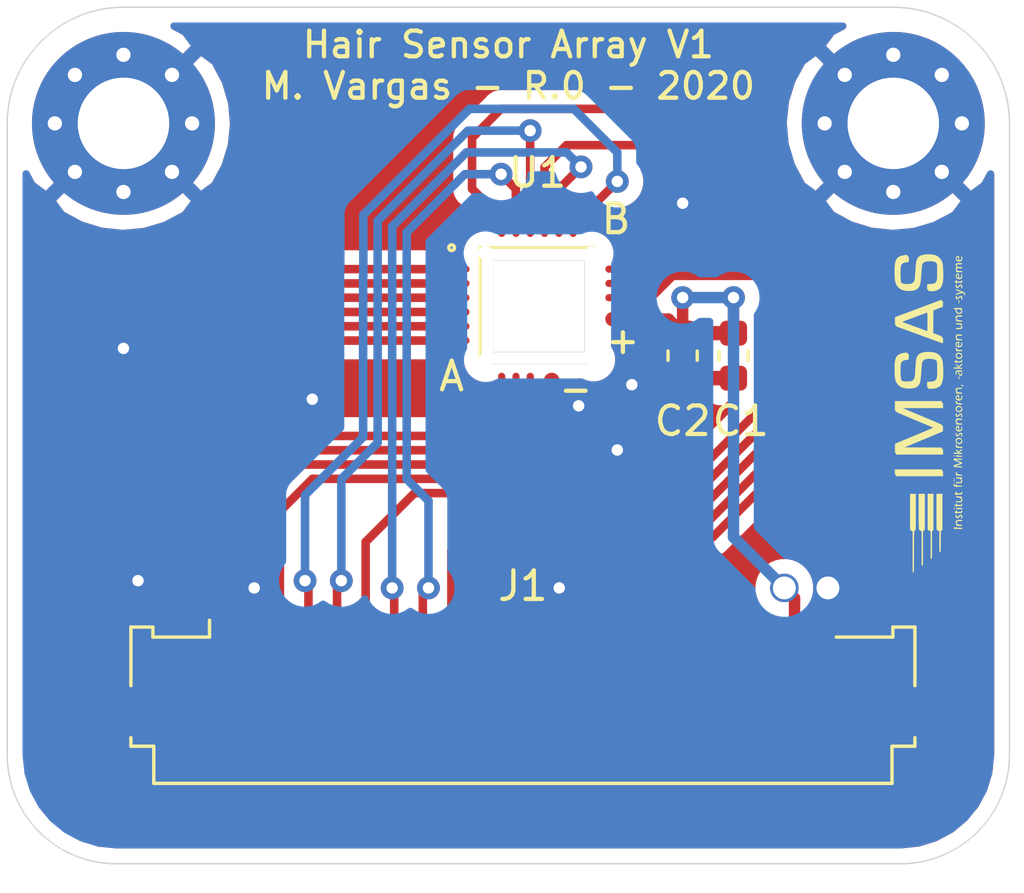
<source format=kicad_pcb>
(kicad_pcb (version 20171130) (host pcbnew "(5.1.6)-1")

  (general
    (thickness 1.6)
    (drawings 9)
    (tracks 193)
    (zones 0)
    (modules 7)
    (nets 22)
  )

  (page A4)
  (layers
    (0 F.Cu signal)
    (31 B.Cu signal)
    (32 B.Adhes user hide)
    (33 F.Adhes user hide)
    (34 B.Paste user hide)
    (35 F.Paste user)
    (36 B.SilkS user hide)
    (37 F.SilkS user)
    (38 B.Mask user)
    (39 F.Mask user)
    (40 Dwgs.User user hide)
    (41 Cmts.User user)
    (42 Eco1.User user hide)
    (43 Eco2.User user hide)
    (44 Edge.Cuts user)
    (45 Margin user hide)
    (46 B.CrtYd user hide)
    (47 F.CrtYd user)
    (48 B.Fab user hide)
    (49 F.Fab user hide)
  )

  (setup
    (last_trace_width 0.3)
    (user_trace_width 0.3)
    (user_trace_width 0.4)
    (user_trace_width 0.5)
    (trace_clearance 0.2)
    (zone_clearance 0.508)
    (zone_45_only no)
    (trace_min 0.2)
    (via_size 0.8)
    (via_drill 0.4)
    (via_min_size 0.4)
    (via_min_drill 0.3)
    (uvia_size 0.3)
    (uvia_drill 0.1)
    (uvias_allowed no)
    (uvia_min_size 0.2)
    (uvia_min_drill 0.1)
    (edge_width 0.05)
    (segment_width 0.2)
    (pcb_text_width 0.3)
    (pcb_text_size 1.5 1.5)
    (mod_edge_width 0.12)
    (mod_text_size 1 1)
    (mod_text_width 0.15)
    (pad_size 1.524 1.524)
    (pad_drill 0.762)
    (pad_to_mask_clearance 0.05)
    (aux_axis_origin 0 0)
    (visible_elements FFFFFF7F)
    (pcbplotparams
      (layerselection 0x012ec_ffffffff)
      (usegerberextensions false)
      (usegerberattributes true)
      (usegerberadvancedattributes true)
      (creategerberjobfile true)
      (excludeedgelayer true)
      (linewidth 0.100000)
      (plotframeref false)
      (viasonmask false)
      (mode 1)
      (useauxorigin false)
      (hpglpennumber 1)
      (hpglpenspeed 20)
      (hpglpendiameter 15.000000)
      (psnegative false)
      (psa4output false)
      (plotreference true)
      (plotvalue true)
      (plotinvisibletext false)
      (padsonsilk false)
      (subtractmaskfromsilk false)
      (outputformat 1)
      (mirror false)
      (drillshape 0)
      (scaleselection 1)
      (outputdirectory "../Gerber/"))
  )

  (net 0 "")
  (net 1 GND)
  (net 2 +1V0)
  (net 3 Sensor_A1)
  (net 4 Sensor_A2)
  (net 5 Sensor_A3)
  (net 6 Sensor_A4)
  (net 7 Sensor_A5)
  (net 8 Sensor_A6)
  (net 9 Sensor_A7)
  (net 10 Sensor_A8)
  (net 11 Sensor_A9)
  (net 12 Sensor_B1)
  (net 13 Sensor_B2)
  (net 14 Sensor_B3)
  (net 15 Sensor_B4)
  (net 16 Sensor_B5)
  (net 17 Sensor_B6)
  (net 18 Sensor_B7)
  (net 19 Sensor_B8)
  (net 20 Sensor_B9)
  (net 21 "Net-(J1-Pad1)")

  (net_class Default "This is the default net class."
    (clearance 0.2)
    (trace_width 0.25)
    (via_dia 0.8)
    (via_drill 0.4)
    (uvia_dia 0.3)
    (uvia_drill 0.1)
    (add_net +1V0)
    (add_net GND)
    (add_net "Net-(J1-Pad1)")
    (add_net Sensor_A1)
    (add_net Sensor_A2)
    (add_net Sensor_A3)
    (add_net Sensor_A4)
    (add_net Sensor_A5)
    (add_net Sensor_A6)
    (add_net Sensor_A7)
    (add_net Sensor_A8)
    (add_net Sensor_A9)
    (add_net Sensor_B1)
    (add_net Sensor_B2)
    (add_net Sensor_B3)
    (add_net Sensor_B4)
    (add_net Sensor_B5)
    (add_net Sensor_B6)
    (add_net Sensor_B7)
    (add_net Sensor_B8)
    (add_net Sensor_B9)
  )

  (module Logos:Logo_IMSAS2 (layer F.Cu) (tedit 0) (tstamp 5F821BF5)
    (at 114.3 74.676 90)
    (fp_text reference G*** (at 0 0 90) (layer F.SilkS) hide
      (effects (font (size 1.524 1.524) (thickness 0.3)))
    )
    (fp_text value LOGO (at 0.75 0 90) (layer F.SilkS) hide
      (effects (font (size 1.524 1.524) (thickness 0.3)))
    )
    (fp_poly (pts (xy 4.198104 0.941852) (xy 4.213947 0.978617) (xy 4.226662 1.019338) (xy 4.238099 1.057292)
      (xy 4.248229 1.08586) (xy 4.255503 1.100881) (xy 4.257493 1.10208) (xy 4.263792 1.091412)
      (xy 4.275228 1.066195) (xy 4.289823 1.030913) (xy 4.297528 1.011312) (xy 4.31618 0.966342)
      (xy 4.330992 0.938682) (xy 4.343345 0.926006) (xy 4.348954 0.92456) (xy 4.354778 0.9272)
      (xy 4.355517 0.936799) (xy 4.350392 0.955875) (xy 4.338621 0.986944) (xy 4.319424 1.032524)
      (xy 4.305605 1.06426) (xy 4.282959 1.114772) (xy 4.261903 1.159648) (xy 4.244295 1.195076)
      (xy 4.231991 1.217247) (xy 4.228809 1.22174) (xy 4.210331 1.233631) (xy 4.185818 1.239277)
      (xy 4.162455 1.238432) (xy 4.147425 1.23085) (xy 4.14528 1.224598) (xy 4.152158 1.214286)
      (xy 4.159726 1.215221) (xy 4.183629 1.214578) (xy 4.207543 1.198472) (xy 4.225348 1.171324)
      (xy 4.229782 1.155987) (xy 4.229888 1.137751) (xy 4.224901 1.112336) (xy 4.214059 1.075458)
      (xy 4.201418 1.037086) (xy 4.187437 0.994026) (xy 4.176891 0.958523) (xy 4.170932 0.934667)
      (xy 4.170318 0.926615) (xy 4.183463 0.924356) (xy 4.198104 0.941852)) (layer F.SilkS) (width 0.01))
    (fp_poly (pts (xy 1.012505 1.110643) (xy 1.01398 1.11506) (xy 0.996216 1.149913) (xy 0.983768 1.169603)
      (xy 0.974126 1.17772) (xy 0.9696 1.17856) (xy 0.962344 1.173971) (xy 0.963837 1.157346)
      (xy 0.967855 1.143) (xy 0.980855 1.116025) (xy 0.998231 1.10744) (xy 1.012505 1.110643)) (layer F.SilkS) (width 0.01))
    (fp_poly (pts (xy -3.990931 0.84432) (xy -3.984915 0.850145) (xy -3.982747 0.864807) (xy -3.983687 0.89236)
      (xy -3.986234 0.9271) (xy -3.989481 0.977139) (xy -3.991837 1.029298) (xy -3.992816 1.072675)
      (xy -3.99282 1.07442) (xy -3.993477 1.109214) (xy -3.996418 1.128318) (xy -4.00322 1.136346)
      (xy -4.01453 1.13792) (xy -4.028306 1.135654) (xy -4.032702 1.125081) (xy -4.03 1.100539)
      (xy -4.029882 1.09982) (xy -4.027218 1.073532) (xy -4.025088 1.033241) (xy -4.023767 0.985263)
      (xy -4.023472 0.9525) (xy -4.023217 0.904319) (xy -4.022093 0.87289) (xy -4.019383 0.854643)
      (xy -4.01437 0.84601) (xy -4.006337 0.843422) (xy -4.001535 0.84328) (xy -3.990931 0.84432)) (layer F.SilkS) (width 0.01))
    (fp_poly (pts (xy -3.782739 0.917814) (xy -3.753012 0.925887) (xy -3.733873 0.941014) (xy -3.723221 0.966944)
      (xy -3.718956 1.007424) (xy -3.71856 1.03235) (xy -3.71969 1.081796) (xy -3.723556 1.113921)
      (xy -3.730879 1.131625) (xy -3.742376 1.137806) (xy -3.744729 1.13792) (xy -3.751599 1.133863)
      (xy -3.754761 1.119339) (xy -3.754561 1.090819) (xy -3.752456 1.058711) (xy -3.750952 1.007785)
      (xy -3.756553 0.973693) (xy -3.770499 0.953816) (xy -3.79403 0.945533) (xy -3.806314 0.94488)
      (xy -3.842348 0.952419) (xy -3.868131 0.975601) (xy -3.884157 1.015271) (xy -3.890921 1.072272)
      (xy -3.891224 1.08966) (xy -3.893064 1.120721) (xy -3.89927 1.135405) (xy -3.90652 1.13792)
      (xy -3.914617 1.133883) (xy -3.919342 1.119313) (xy -3.921444 1.090518) (xy -3.92176 1.06299)
      (xy -3.919976 0.999504) (xy -3.914569 0.955602) (xy -3.905457 0.930856) (xy -3.89509 0.92456)
      (xy -3.882797 0.932743) (xy -3.88112 0.940104) (xy -3.878037 0.948178) (xy -3.866272 0.943967)
      (xy -3.851285 0.93359) (xy -3.823509 0.918395) (xy -3.793486 0.916362) (xy -3.782739 0.917814)) (layer F.SilkS) (width 0.01))
    (fp_poly (pts (xy -3.548549 0.922306) (xy -3.53843 0.931125) (xy -3.545498 0.938913) (xy -3.570326 0.941882)
      (xy -3.571408 0.941856) (xy -3.603006 0.944542) (xy -3.617005 0.955394) (xy -3.613499 0.975158)
      (xy -3.592581 1.004584) (xy -3.580785 1.017708) (xy -3.550851 1.054164) (xy -3.537629 1.082913)
      (xy -3.540371 1.106638) (xy -3.551646 1.121954) (xy -3.570164 1.131775) (xy -3.59746 1.137295)
      (xy -3.626985 1.138437) (xy -3.652189 1.135124) (xy -3.666523 1.127279) (xy -3.66776 1.123318)
      (xy -3.662437 1.113945) (xy -3.643707 1.112908) (xy -3.632286 1.114474) (xy -3.600477 1.11419)
      (xy -3.576547 1.10406) (xy -3.566227 1.086642) (xy -3.56616 1.084969) (xy -3.57295 1.073237)
      (xy -3.590626 1.052502) (xy -3.61188 1.030712) (xy -3.636049 1.004109) (xy -3.65262 0.979914)
      (xy -3.6576 0.965813) (xy -3.648467 0.943279) (xy -3.625099 0.925593) (xy -3.593546 0.916398)
      (xy -3.575282 0.916242) (xy -3.548549 0.922306)) (layer F.SilkS) (width 0.01))
    (fp_poly (pts (xy -3.434073 0.888336) (xy -3.432324 0.896034) (xy -3.42286 0.915291) (xy -3.40106 0.922694)
      (xy -3.378434 0.929053) (xy -3.37466 0.937681) (xy -3.389459 0.944004) (xy -3.402417 0.94488)
      (xy -3.41798 0.945761) (xy -3.427133 0.951408) (xy -3.432112 0.966319) (xy -3.435151 0.994997)
      (xy -3.436472 1.01346) (xy -3.437631 1.063316) (xy -3.432423 1.09583) (xy -3.420156 1.11317)
      (xy -3.403243 1.1176) (xy -3.386928 1.121922) (xy -3.38328 1.12776) (xy -3.392205 1.134502)
      (xy -3.414124 1.137841) (xy -3.418483 1.13792) (xy -3.44861 1.132831) (xy -3.464617 1.117494)
      (xy -3.470149 1.093319) (xy -3.470766 1.052661) (xy -3.468653 1.020974) (xy -3.465632 0.981903)
      (xy -3.465699 0.958916) (xy -3.469378 0.94794) (xy -3.47719 0.944904) (xy -3.478399 0.94488)
      (xy -3.492796 0.9398) (xy -3.49504 0.93472) (xy -3.486863 0.925589) (xy -3.480507 0.92456)
      (xy -3.467734 0.915938) (xy -3.462727 0.902495) (xy -3.454968 0.882273) (xy -3.443526 0.877152)
      (xy -3.434073 0.888336)) (layer F.SilkS) (width 0.01))
    (fp_poly (pts (xy -3.306793 0.92638) (xy -3.30186 0.934286) (xy -3.299417 0.95179) (xy -3.298981 0.982427)
      (xy -3.30007 1.029732) (xy -3.300114 1.031218) (xy -3.301801 1.078814) (xy -3.303981 1.109685)
      (xy -3.307467 1.127422) (xy -3.313071 1.135618) (xy -3.321605 1.137866) (xy -3.324244 1.13792)
      (xy -3.338217 1.135089) (xy -3.341396 1.122702) (xy -3.33883 1.10617) (xy -3.335635 1.079947)
      (xy -3.333354 1.041678) (xy -3.332481 0.999631) (xy -3.33248 0.99949) (xy -3.331859 0.960563)
      (xy -3.329344 0.937832) (xy -3.323963 0.927191) (xy -3.314741 0.924538) (xy -3.3147 0.924538)
      (xy -3.306793 0.92638)) (layer F.SilkS) (width 0.01))
    (fp_poly (pts (xy -3.192826 0.882453) (xy -3.19024 0.89916) (xy -3.18696 0.917312) (xy -3.173015 0.923953)
      (xy -3.15976 0.92456) (xy -3.138359 0.927502) (xy -3.129283 0.934593) (xy -3.12928 0.93472)
      (xy -3.138085 0.941948) (xy -3.158729 0.94488) (xy -3.174153 0.945765) (xy -3.183514 0.951354)
      (xy -3.189068 0.966042) (xy -3.19307 0.994225) (xy -3.195343 1.016228) (xy -3.197834 1.064283)
      (xy -3.193186 1.095516) (xy -3.180484 1.112447) (xy -3.15881 1.117599) (xy -3.158516 1.1176)
      (xy -3.142695 1.122101) (xy -3.13944 1.12776) (xy -3.147884 1.135517) (xy -3.168134 1.137826)
      (xy -3.192566 1.135187) (xy -3.213557 1.128104) (xy -3.22096 1.122391) (xy -3.227698 1.105949)
      (xy -3.229947 1.076296) (xy -3.227929 1.030204) (xy -3.227602 1.025871) (xy -3.225023 0.984772)
      (xy -3.225352 0.960079) (xy -3.228992 0.948035) (xy -3.236279 0.94488) (xy -3.249594 0.939292)
      (xy -3.2512 0.93472) (xy -3.243435 0.924894) (xy -3.240789 0.92456) (xy -3.229869 0.916149)
      (xy -3.22072 0.89916) (xy -3.21011 0.880319) (xy -3.200652 0.87376) (xy -3.192826 0.882453)) (layer F.SilkS) (width 0.01))
    (fp_poly (pts (xy -2.901949 0.927449) (xy -2.897557 0.938077) (xy -2.896035 0.959389) (xy -2.897226 0.994327)
      (xy -2.900976 1.045833) (xy -2.902171 1.060187) (xy -2.907123 1.103592) (xy -2.913344 1.128774)
      (xy -2.921379 1.13782) (xy -2.922491 1.13792) (xy -2.933643 1.129449) (xy -2.93624 1.1176)
      (xy -2.93624 1.09728) (xy -2.95656 1.1176) (xy -2.987909 1.13458) (xy -3.01752 1.13792)
      (xy -3.058666 1.130735) (xy -3.07848 1.1176) (xy -3.090636 1.100552) (xy -3.097025 1.077036)
      (xy -3.098047 1.04297) (xy -3.094104 0.994274) (xy -3.092217 0.9779) (xy -3.085653 0.942739)
      (xy -3.076373 0.926273) (xy -3.071118 0.92456) (xy -3.063747 0.9279) (xy -3.060422 0.940491)
      (xy -3.06075 0.966182) (xy -3.063465 0.999668) (xy -3.066571 1.039244) (xy -3.066198 1.06432)
      (xy -3.061505 1.080547) (xy -3.051652 1.093573) (xy -3.049092 1.096188) (xy -3.020741 1.114658)
      (xy -2.991251 1.113345) (xy -2.961759 1.09474) (xy -2.947263 1.079313) (xy -2.938183 1.060008)
      (xy -2.932518 1.03088) (xy -2.929239 0.99822) (xy -2.924358 0.956076) (xy -2.917961 0.9322)
      (xy -2.909501 0.924561) (xy -2.909367 0.92456) (xy -2.901949 0.927449)) (layer F.SilkS) (width 0.01))
    (fp_poly (pts (xy -2.786426 0.882453) (xy -2.78384 0.89916) (xy -2.780647 0.917187) (xy -2.766968 0.923885)
      (xy -2.752761 0.92456) (xy -2.73245 0.927311) (xy -2.72776 0.934371) (xy -2.72796 0.93472)
      (xy -2.742045 0.942746) (xy -2.757711 0.94488) (xy -2.774158 0.948661) (xy -2.783285 0.963628)
      (xy -2.787479 0.98298) (xy -2.793217 1.037914) (xy -2.790586 1.079572) (xy -2.78008 1.106298)
      (xy -2.762195 1.116434) (xy -2.74841 1.113975) (xy -2.735209 1.115423) (xy -2.73304 1.122998)
      (xy -2.74146 1.13353) (xy -2.761711 1.137884) (xy -2.786283 1.136112) (xy -2.807665 1.128264)
      (xy -2.814512 1.122448) (xy -2.821357 1.105147) (xy -2.823686 1.073483) (xy -2.821797 1.025928)
      (xy -2.819613 0.984435) (xy -2.820307 0.959507) (xy -2.824266 0.947544) (xy -2.830521 0.94488)
      (xy -2.843413 0.939075) (xy -2.8448 0.93472) (xy -2.837035 0.924894) (xy -2.834389 0.92456)
      (xy -2.823469 0.916149) (xy -2.81432 0.89916) (xy -2.80371 0.880319) (xy -2.794252 0.87376)
      (xy -2.786426 0.882453)) (layer F.SilkS) (width 0.01))
    (fp_poly (pts (xy -2.46126 0.843944) (xy -2.43332 0.85803) (xy -2.47038 0.861366) (xy -2.498124 0.867447)
      (xy -2.511368 0.881133) (xy -2.51307 0.886234) (xy -2.514893 0.91092) (xy -2.501956 0.922557)
      (xy -2.483521 0.92456) (xy -2.464716 0.928114) (xy -2.45872 0.93472) (xy -2.467549 0.941853)
      (xy -2.488821 0.944879) (xy -2.4892 0.94488) (xy -2.51968 0.94488) (xy -2.51968 1.0414)
      (xy -2.520226 1.08741) (xy -2.522221 1.116527) (xy -2.526203 1.132157) (xy -2.53271 1.137707)
      (xy -2.53492 1.13792) (xy -2.542213 1.134448) (xy -2.546816 1.121755) (xy -2.549274 1.096423)
      (xy -2.550132 1.055035) (xy -2.55016 1.042246) (xy -2.55125 0.991138) (xy -2.55466 0.958572)
      (xy -2.560598 0.942883) (xy -2.56286 0.941236) (xy -2.568285 0.933942) (xy -2.55778 0.924644)
      (xy -2.543995 0.905618) (xy -2.54 0.883197) (xy -2.531952 0.854608) (xy -2.510836 0.838418)
      (xy -2.481201 0.836895) (xy -2.46126 0.843944)) (layer F.SilkS) (width 0.01))
    (fp_poly (pts (xy -2.228255 0.928689) (xy -2.226302 0.944302) (xy -2.228679 0.96266) (xy -2.232039 0.993405)
      (xy -2.234367 1.034545) (xy -2.235089 1.06934) (xy -2.236109 1.107203) (xy -2.239575 1.128568)
      (xy -2.246328 1.137192) (xy -2.25044 1.13792) (xy -2.262806 1.129294) (xy -2.26568 1.115828)
      (xy -2.26568 1.093737) (xy -2.289195 1.115828) (xy -2.3183 1.132364) (xy -2.353971 1.13834)
      (xy -2.388164 1.133525) (xy -2.411426 1.119339) (xy -2.420269 1.104185) (xy -2.425541 1.079846)
      (xy -2.42792 1.042026) (xy -2.42824 1.012659) (xy -2.427776 0.969853) (xy -2.425862 0.943518)
      (xy -2.421723 0.929819) (xy -2.41458 0.924917) (xy -2.410385 0.92456) (xy -2.401514 0.926711)
      (xy -2.396566 0.935853) (xy -2.394829 0.956016) (xy -2.395589 0.991231) (xy -2.39618 1.004928)
      (xy -2.397607 1.045432) (xy -2.396607 1.07074) (xy -2.392043 1.085936) (xy -2.382776 1.096102)
      (xy -2.374471 1.101911) (xy -2.341652 1.112915) (xy -2.308766 1.107035) (xy -2.282962 1.0857)
      (xy -2.281395 1.083332) (xy -2.273361 1.062229) (xy -2.265823 1.0285) (xy -2.26085 0.99314)
      (xy -2.255748 0.954586) (xy -2.249448 0.932959) (xy -2.240825 0.924866) (xy -2.238142 0.92456)
      (xy -2.228255 0.928689)) (layer F.SilkS) (width 0.01))
    (fp_poly (pts (xy -2.042743 0.925196) (xy -2.04216 0.92964) (xy -2.050903 0.941949) (xy -2.065986 0.94488)
      (xy -2.093322 0.951513) (xy -2.112706 0.972601) (xy -2.125133 1.009921) (xy -2.131379 1.061661)
      (xy -2.13529 1.10396) (xy -2.140759 1.128467) (xy -2.148403 1.137688) (xy -2.150177 1.13792)
      (xy -2.157134 1.133138) (xy -2.161452 1.11674) (xy -2.163603 1.08565) (xy -2.16408 1.04731)
      (xy -2.163416 1.004774) (xy -2.16164 0.968882) (xy -2.159084 0.945329) (xy -2.157913 0.94063)
      (xy -2.14689 0.928082) (xy -2.132563 0.924865) (xy -2.123761 0.932346) (xy -2.12344 0.935296)
      (xy -2.116594 0.938266) (xy -2.10086 0.930216) (xy -2.075048 0.917346) (xy -2.053874 0.915655)
      (xy -2.042743 0.925196)) (layer F.SilkS) (width 0.01))
    (fp_poly (pts (xy -1.5748 0.9906) (xy -1.575091 1.049115) (xy -1.576159 1.090184) (xy -1.578301 1.116672)
      (xy -1.581815 1.131446) (xy -1.586996 1.137374) (xy -1.59004 1.13792) (xy -1.596458 1.134908)
      (xy -1.600876 1.123857) (xy -1.603663 1.101745) (xy -1.605186 1.065549) (xy -1.605815 1.012246)
      (xy -1.605833 1.00838) (xy -1.606385 0.87884) (xy -1.658375 1.00838) (xy -1.683215 1.068684)
      (xy -1.702786 1.109984) (xy -1.718756 1.132375) (xy -1.732792 1.135953) (xy -1.746562 1.120813)
      (xy -1.761732 1.087051) (xy -1.779971 1.034763) (xy -1.786216 1.015706) (xy -1.801677 0.969025)
      (xy -1.815197 0.929709) (xy -1.825415 0.901616) (xy -1.830968 0.888603) (xy -1.831233 0.88826)
      (xy -1.833746 0.895717) (xy -1.836863 0.919843) (xy -1.840209 0.957013) (xy -1.843411 1.003598)
      (xy -1.843816 1.010474) (xy -1.847348 1.064659) (xy -1.850937 1.101512) (xy -1.855121 1.124016)
      (xy -1.860438 1.135151) (xy -1.866781 1.13792) (xy -1.874161 1.135262) (xy -1.878055 1.124814)
      (xy -1.878836 1.102858) (xy -1.876874 1.065678) (xy -1.875657 1.04902) (xy -1.87029 0.979359)
      (xy -1.865845 0.927423) (xy -1.861759 0.89067) (xy -1.857472 0.866559) (xy -1.85242 0.852547)
      (xy -1.84604 0.846095) (xy -1.837771 0.844659) (xy -1.830574 0.845277) (xy -1.818829 0.84826)
      (xy -1.809176 0.856285) (xy -1.799834 0.872737) (xy -1.789018 0.901003) (xy -1.774947 0.944466)
      (xy -1.770088 0.96012) (xy -1.755774 1.005118) (xy -1.742983 1.04289) (xy -1.733195 1.069222)
      (xy -1.728153 1.07968) (xy -1.721907 1.073788) (xy -1.71006 1.052145) (xy -1.694202 1.018003)
      (xy -1.675927 0.974615) (xy -1.672227 0.96538) (xy -1.651794 0.914878) (xy -1.636614 0.880445)
      (xy -1.624898 0.85909) (xy -1.614858 0.84782) (xy -1.604707 0.843643) (xy -1.599256 0.84328)
      (xy -1.5748 0.84328) (xy -1.5748 0.9906)) (layer F.SilkS) (width 0.01))
    (fp_poly (pts (xy -1.467986 0.926388) (xy -1.466754 0.937711) (xy -1.466878 0.964819) (xy -1.468275 1.003229)
      (xy -1.469959 1.034323) (xy -1.473774 1.084441) (xy -1.478248 1.116733) (xy -1.483862 1.133694)
      (xy -1.489975 1.13792) (xy -1.496512 1.133204) (xy -1.500714 1.117113) (xy -1.502972 1.086728)
      (xy -1.503679 1.03913) (xy -1.50368 1.036001) (xy -1.503105 0.987714) (xy -1.501035 0.956183)
      (xy -1.496957 0.937867) (xy -1.490356 0.929227) (xy -1.488002 0.928065) (xy -1.472085 0.925042)
      (xy -1.467986 0.926388)) (layer F.SilkS) (width 0.01))
    (fp_poly (pts (xy -1.365879 0.84642) (xy -1.362316 0.85857) (xy -1.362662 0.883824) (xy -1.364979 0.91186)
      (xy -1.368346 0.958866) (xy -1.370714 1.013568) (xy -1.371528 1.05918) (xy -1.372324 1.100142)
      (xy -1.375091 1.124462) (xy -1.380536 1.135778) (xy -1.38684 1.13792) (xy -1.393725 1.1347)
      (xy -1.398222 1.122871) (xy -1.400781 1.099183) (xy -1.401852 1.060381) (xy -1.401969 1.0287)
      (xy -1.400983 0.957983) (xy -1.398019 0.905799) (xy -1.392816 0.870434) (xy -1.385114 0.850174)
      (xy -1.374655 0.843303) (xy -1.373882 0.84328) (xy -1.365879 0.84642)) (layer F.SilkS) (width 0.01))
    (fp_poly (pts (xy -1.258552 0.927822) (xy -1.261501 0.938083) (xy -1.276833 0.95923) (xy -1.28456 0.968786)
      (xy -1.304416 0.994285) (xy -1.317579 1.013619) (xy -1.3208 1.020716) (xy -1.314743 1.031985)
      (xy -1.298975 1.053606) (xy -1.28016 1.07696) (xy -1.255387 1.10742) (xy -1.243022 1.125765)
      (xy -1.241814 1.134924) (xy -1.250514 1.137828) (xy -1.254167 1.13792) (xy -1.267031 1.130336)
      (xy -1.287642 1.110291) (xy -1.311911 1.081839) (xy -1.316051 1.07653) (xy -1.363289 1.015141)
      (xy -1.324265 0.970807) (xy -1.299933 0.946436) (xy -1.277971 0.92993) (xy -1.26678 0.925517)
      (xy -1.258552 0.927822)) (layer F.SilkS) (width 0.01))
    (fp_poly (pts (xy -1.077543 0.925196) (xy -1.07696 0.92964) (xy -1.085761 0.941916) (xy -1.101784 0.94488)
      (xy -1.127918 0.952006) (xy -1.145593 0.974316) (xy -1.15547 1.013204) (xy -1.15824 1.06398)
      (xy -1.158702 1.102155) (xy -1.160922 1.124317) (xy -1.166151 1.134768) (xy -1.17564 1.137809)
      (xy -1.179745 1.13792) (xy -1.195166 1.134201) (xy -1.196182 1.119344) (xy -1.195124 1.11506)
      (xy -1.192222 1.094343) (xy -1.190024 1.059928) (xy -1.188918 1.018433) (xy -1.188859 1.00838)
      (xy -1.188103 0.96592) (xy -1.185569 0.940181) (xy -1.180603 0.927593) (xy -1.17348 0.92456)
      (xy -1.159965 0.93035) (xy -1.15824 0.935296) (xy -1.151394 0.938266) (xy -1.13566 0.930216)
      (xy -1.109848 0.917346) (xy -1.088674 0.915655) (xy -1.077543 0.925196)) (layer F.SilkS) (width 0.01))
    (fp_poly (pts (xy -0.904123 0.923098) (xy -0.874216 0.946246) (xy -0.854434 0.979422) (xy -0.846072 1.018206)
      (xy -0.850422 1.058176) (xy -0.86878 1.094911) (xy -0.885046 1.111907) (xy -0.920192 1.130404)
      (xy -0.963592 1.138247) (xy -1.00537 1.133961) (xy -1.013674 1.131119) (xy -1.030811 1.115226)
      (xy -1.045607 1.086268) (xy -1.054949 1.051487) (xy -1.05664 1.03124) (xy -1.055164 1.022831)
      (xy -1.025513 1.022831) (xy -1.021478 1.060118) (xy -1.005492 1.090523) (xy -0.980273 1.11067)
      (xy -0.948539 1.117182) (xy -0.914078 1.107267) (xy -0.895767 1.087486) (xy -0.88366 1.055481)
      (xy -0.879634 1.018879) (xy -0.884667 0.987746) (xy -0.903772 0.958714) (xy -0.932217 0.943454)
      (xy -0.964167 0.942221) (xy -0.993789 0.955271) (xy -1.01488 0.982038) (xy -1.025513 1.022831)
      (xy -1.055164 1.022831) (xy -1.048097 0.982602) (xy -1.024019 0.945333) (xy -0.986733 0.921823)
      (xy -0.94286 0.9144) (xy -0.904123 0.923098)) (layer F.SilkS) (width 0.01))
    (fp_poly (pts (xy -0.695036 0.917869) (xy -0.686631 0.920567) (xy -0.671975 0.931307) (xy -0.673797 0.940813)
      (xy -0.690316 0.942054) (xy -0.691971 0.941651) (xy -0.714674 0.940685) (xy -0.739221 0.946094)
      (xy -0.757422 0.955387) (xy -0.762 0.962932) (xy -0.755414 0.974036) (xy -0.738221 0.994757)
      (xy -0.71628 1.018367) (xy -0.685787 1.054357) (xy -0.672429 1.083117) (xy -0.675491 1.107131)
      (xy -0.686526 1.121954) (xy -0.705044 1.131775) (xy -0.73234 1.137295) (xy -0.761865 1.138437)
      (xy -0.787069 1.135124) (xy -0.801403 1.127279) (xy -0.80264 1.123318) (xy -0.797317 1.113945)
      (xy -0.778587 1.112908) (xy -0.767166 1.114474) (xy -0.735357 1.11419) (xy -0.711427 1.10406)
      (xy -0.701107 1.086642) (xy -0.70104 1.084969) (xy -0.70783 1.073237) (xy -0.725506 1.052502)
      (xy -0.74676 1.030712) (xy -0.77092 1.004172) (xy -0.787491 0.980118) (xy -0.79248 0.966155)
      (xy -0.783461 0.942318) (xy -0.760308 0.924643) (xy -0.728881 0.915652) (xy -0.695036 0.917869)) (layer F.SilkS) (width 0.01))
    (fp_poly (pts (xy -0.493951 0.918586) (xy -0.461198 0.929428) (xy -0.441614 0.949908) (xy -0.430795 0.984918)
      (xy -0.429979 0.989693) (xy -0.424062 1.02616) (xy -0.506671 1.02616) (xy -0.547528 1.026554)
      (xy -0.572138 1.02842) (xy -0.584569 1.032781) (xy -0.588888 1.040659) (xy -0.58928 1.046941)
      (xy -0.582396 1.067828) (xy -0.56557 1.091339) (xy -0.563072 1.093932) (xy -0.543627 1.110238)
      (xy -0.52381 1.116172) (xy -0.494352 1.114304) (xy -0.491133 1.113872) (xy -0.462268 1.111354)
      (xy -0.449994 1.114574) (xy -0.44956 1.120222) (xy -0.461662 1.128336) (xy -0.48853 1.134235)
      (xy -0.506501 1.135919) (xy -0.5398 1.136381) (xy -0.561776 1.130967) (xy -0.581207 1.116806)
      (xy -0.589523 1.10876) (xy -0.611114 1.081318) (xy -0.619217 1.051211) (xy -0.61976 1.036596)
      (xy -0.613508 0.995218) (xy -0.58928 0.995218) (xy -0.579797 1.001068) (xy -0.553947 1.0048)
      (xy -0.52324 1.00584) (xy -0.483975 1.004391) (xy -0.462712 0.999768) (xy -0.4572 0.99286)
      (xy -0.465689 0.967437) (xy -0.486133 0.945546) (xy -0.510999 0.93488) (xy -0.514118 0.93472)
      (xy -0.536555 0.941363) (xy -0.561282 0.957492) (xy -0.581217 0.977407) (xy -0.58928 0.995218)
      (xy -0.613508 0.995218) (xy -0.612112 0.985985) (xy -0.590597 0.947728) (xy -0.557361 0.923836)
      (xy -0.514547 0.916323) (xy -0.493951 0.918586)) (layer F.SilkS) (width 0.01))
    (fp_poly (pts (xy -0.221978 0.91943) (xy -0.193942 0.932) (xy -0.183004 0.944649) (xy -0.175928 0.968552)
      (xy -0.172805 1.0024) (xy -0.173206 1.04095) (xy -0.176699 1.07896) (xy -0.182855 1.11119)
      (xy -0.191242 1.132398) (xy -0.198883 1.13792) (xy -0.20561 1.132724) (xy -0.209397 1.115159)
      (xy -0.210633 1.082257) (xy -0.210254 1.051262) (xy -0.210298 1.003142) (xy -0.214408 0.971953)
      (xy -0.22461 0.954407) (xy -0.242929 0.947218) (xy -0.271391 0.947099) (xy -0.27432 0.947308)
      (xy -0.300595 0.952809) (xy -0.317844 0.968332) (xy -0.327645 0.98552) (xy -0.33972 1.023135)
      (xy -0.345268 1.070352) (xy -0.345425 1.0795) (xy -0.346646 1.11386) (xy -0.350994 1.131984)
      (xy -0.359533 1.13785) (xy -0.361036 1.13792) (xy -0.3681 1.135093) (xy -0.372414 1.124335)
      (xy -0.374397 1.10223) (xy -0.374464 1.065359) (xy -0.373736 1.033899) (xy -0.371977 0.986226)
      (xy -0.369419 0.955239) (xy -0.365363 0.937302) (xy -0.359109 0.928781) (xy -0.35306 0.926474)
      (xy -0.337949 0.93046) (xy -0.33528 0.93978) (xy -0.333526 0.950891) (xy -0.324975 0.946051)
      (xy -0.31998 0.941191) (xy -0.291834 0.923853) (xy -0.256888 0.916656) (xy -0.221978 0.91943)) (layer F.SilkS) (width 0.01))
    (fp_poly (pts (xy -0.014099 0.917921) (xy -0.005911 0.920567) (xy 0.00914 0.930285) (xy 0.006014 0.938617)
      (xy -0.013189 0.942929) (xy -0.023804 0.942984) (xy -0.058444 0.945627) (xy -0.077953 0.955968)
      (xy -0.08128 0.965326) (xy -0.074548 0.976696) (xy -0.057005 0.997277) (xy -0.03556 1.019487)
      (xy -0.005014 1.054081) (xy 0.008189 1.081766) (xy 0.004718 1.105043) (xy -0.008421 1.121105)
      (xy -0.028423 1.131461) (xy -0.056243 1.137245) (xy -0.085366 1.13833) (xy -0.109277 1.134589)
      (xy -0.121461 1.125895) (xy -0.12192 1.123318) (xy -0.116597 1.113945) (xy -0.097867 1.112908)
      (xy -0.086446 1.114474) (xy -0.054907 1.114213) (xy -0.030935 1.104319) (xy -0.020408 1.087366)
      (xy -0.02032 1.085496) (xy -0.027101 1.07405) (xy -0.044758 1.053526) (xy -0.06604 1.031767)
      (xy -0.090214 1.00513) (xy -0.106785 0.980857) (xy -0.11176 0.966682) (xy -0.102746 0.942517)
      (xy -0.079583 0.924645) (xy -0.048094 0.915601) (xy -0.014099 0.917921)) (layer F.SilkS) (width 0.01))
    (fp_poly (pts (xy 0.213477 0.923098) (xy 0.243384 0.946246) (xy 0.263166 0.979422) (xy 0.271528 1.018206)
      (xy 0.267178 1.058176) (xy 0.24882 1.094911) (xy 0.232554 1.111907) (xy 0.19982 1.129878)
      (xy 0.160856 1.137928) (xy 0.123708 1.135264) (xy 0.100719 1.124896) (xy 0.075508 1.093707)
      (xy 0.062541 1.052036) (xy 0.062725 1.022304) (xy 0.092274 1.022304) (xy 0.096102 1.059771)
      (xy 0.111876 1.090324) (xy 0.136921 1.110606) (xy 0.168564 1.117262) (xy 0.203522 1.107267)
      (xy 0.221603 1.08775) (xy 0.234081 1.056103) (xy 0.239034 1.020177) (xy 0.234543 0.987825)
      (xy 0.233443 0.984948) (xy 0.213055 0.95824) (xy 0.18352 0.944673) (xy 0.151003 0.94442)
      (xy 0.121668 0.957657) (xy 0.103068 0.981275) (xy 0.092274 1.022304) (xy 0.062725 1.022304)
      (xy 0.062825 1.00633) (xy 0.075891 0.965796) (xy 0.099123 0.940029) (xy 0.134591 0.92154)
      (xy 0.174463 0.9144) (xy 0.17474 0.9144) (xy 0.213477 0.923098)) (layer F.SilkS) (width 0.01))
    (fp_poly (pts (xy 0.446457 0.925196) (xy 0.44704 0.92964) (xy 0.438297 0.941949) (xy 0.423214 0.94488)
      (xy 0.397615 0.950742) (xy 0.379291 0.969815) (xy 0.367002 1.004326) (xy 0.359508 1.056504)
      (xy 0.359208 1.059958) (xy 0.354257 1.10343) (xy 0.348049 1.128683) (xy 0.340037 1.137809)
      (xy 0.338869 1.13792) (xy 0.328599 1.128381) (xy 0.325192 1.099926) (xy 0.325192 1.09982)
      (xy 0.326731 1.04695) (xy 0.330755 0.999194) (xy 0.336684 0.960347) (xy 0.343938 0.934203)
      (xy 0.351937 0.92456) (xy 0.351989 0.92456) (xy 0.364533 0.930879) (xy 0.36576 0.935296)
      (xy 0.372606 0.938266) (xy 0.38834 0.930216) (xy 0.414152 0.917346) (xy 0.435326 0.915655)
      (xy 0.446457 0.925196)) (layer F.SilkS) (width 0.01))
    (fp_poly (pts (xy 0.602463 0.923868) (xy 0.630804 0.943279) (xy 0.647648 0.972377) (xy 0.65024 0.991337)
      (xy 0.65024 1.02616) (xy 0.57404 1.02616) (xy 0.535281 1.026476) (xy 0.512562 1.028377)
      (xy 0.501601 1.033289) (xy 0.49812 1.042638) (xy 0.49784 1.05156) (xy 0.50489 1.077348)
      (xy 0.519425 1.098545) (xy 0.536591 1.111742) (xy 0.557333 1.116417) (xy 0.589688 1.114365)
      (xy 0.590018 1.114326) (xy 0.619335 1.111852) (xy 0.632637 1.114118) (xy 0.633846 1.121927)
      (xy 0.633386 1.123221) (xy 0.620082 1.132697) (xy 0.593726 1.137491) (xy 0.561025 1.137647)
      (xy 0.528691 1.133213) (xy 0.50343 1.124234) (xy 0.500392 1.122308) (xy 0.476852 1.094463)
      (xy 0.464649 1.056022) (xy 0.463887 1.01332) (xy 0.469118 0.993605) (xy 0.498515 0.993605)
      (xy 0.515669 1.002542) (xy 0.551774 1.005788) (xy 0.5588 1.00584) (xy 0.592592 1.00529)
      (xy 0.610838 1.002337) (xy 0.618304 0.99502) (xy 0.619759 0.981381) (xy 0.61976 0.980797)
      (xy 0.611428 0.955577) (xy 0.59035 0.939982) (xy 0.562397 0.935501) (xy 0.533443 0.943624)
      (xy 0.51816 0.95504) (xy 0.499586 0.978072) (xy 0.498515 0.993605) (xy 0.469118 0.993605)
      (xy 0.474668 0.972693) (xy 0.497095 0.940475) (xy 0.497433 0.940167) (xy 0.53088 0.920672)
      (xy 0.567523 0.915786) (xy 0.602463 0.923868)) (layer F.SilkS) (width 0.01))
    (fp_poly (pts (xy 0.867907 0.92303) (xy 0.878643 0.928576) (xy 0.890573 0.937576) (xy 0.898075 0.948603)
      (xy 0.902172 0.966177) (xy 0.903885 0.994815) (xy 0.904239 1.039035) (xy 0.90424 1.041634)
      (xy 0.903692 1.08758) (xy 0.90169 1.116636) (xy 0.897693 1.132212) (xy 0.891162 1.137717)
      (xy 0.889 1.13792) (xy 0.881302 1.134178) (xy 0.876627 1.120577) (xy 0.874329 1.093547)
      (xy 0.87376 1.053592) (xy 0.872496 1.005016) (xy 0.867513 0.973264) (xy 0.857019 0.954932)
      (xy 0.839224 0.946616) (xy 0.816585 0.94488) (xy 0.783356 0.954118) (xy 0.757447 0.978614)
      (xy 0.743113 1.013537) (xy 0.741568 1.03007) (xy 0.738962 1.076074) (xy 0.732129 1.111656)
      (xy 0.722017 1.133174) (xy 0.713503 1.13792) (xy 0.705251 1.134632) (xy 0.701868 1.121944)
      (xy 0.702756 1.095623) (xy 0.704672 1.075469) (xy 0.70833 1.03283) (xy 0.710698 0.990538)
      (xy 0.7112 0.968789) (xy 0.713327 0.939198) (xy 0.720514 0.926056) (xy 0.72644 0.92456)
      (xy 0.73954 0.932809) (xy 0.74168 0.941374) (xy 0.743201 0.952369) (xy 0.75115 0.94927)
      (xy 0.760739 0.94094) (xy 0.792902 0.923042) (xy 0.831652 0.916755) (xy 0.867907 0.92303)) (layer F.SilkS) (width 0.01))
    (fp_poly (pts (xy 1.470135 0.919778) (xy 1.496788 0.929522) (xy 1.507779 0.940907) (xy 1.510507 0.95778)
      (xy 1.512598 0.989297) (xy 1.513729 1.029782) (xy 1.51384 1.04731) (xy 1.513489 1.090532)
      (xy 1.511861 1.117318) (xy 1.508092 1.13155) (xy 1.501319 1.137108) (xy 1.493675 1.13792)
      (xy 1.482781 1.136249) (xy 1.47757 1.12816) (xy 1.477034 1.109036) (xy 1.48004 1.075455)
      (xy 1.486569 1.012991) (xy 1.457587 1.020265) (xy 1.427329 1.029514) (xy 1.394789 1.041669)
      (xy 1.394325 1.041862) (xy 1.371236 1.05425) (xy 1.36297 1.069107) (xy 1.363283 1.084352)
      (xy 1.368231 1.103353) (xy 1.381468 1.112294) (xy 1.40462 1.115673) (xy 1.429127 1.119953)
      (xy 1.442101 1.126609) (xy 1.44272 1.128373) (xy 1.433953 1.134704) (xy 1.412488 1.137289)
      (xy 1.385578 1.136237) (xy 1.360475 1.131657) (xy 1.34874 1.126946) (xy 1.334705 1.108188)
      (xy 1.331186 1.079021) (xy 1.336921 1.052925) (xy 1.349039 1.042041) (xy 1.375032 1.028518)
      (xy 1.408771 1.015463) (xy 1.451228 0.998975) (xy 1.474941 0.983313) (xy 1.481352 0.96696)
      (xy 1.472134 0.948676) (xy 1.457657 0.93867) (xy 1.433646 0.936203) (xy 1.410037 0.938166)
      (xy 1.379013 0.9395) (xy 1.36357 0.935784) (xy 1.365092 0.929074) (xy 1.384963 0.921422)
      (xy 1.397 0.918809) (xy 1.434795 0.915793) (xy 1.470135 0.919778)) (layer F.SilkS) (width 0.01))
    (fp_poly (pts (xy 1.607349 0.846663) (xy 1.611922 0.859053) (xy 1.614428 0.88381) (xy 1.615379 0.924293)
      (xy 1.61544 0.943461) (xy 1.614232 1.019306) (xy 1.61053 1.075784) (xy 1.604216 1.113712)
      (xy 1.59517 1.133903) (xy 1.587189 1.13792) (xy 1.579214 1.134751) (xy 1.575672 1.122521)
      (xy 1.576037 1.097144) (xy 1.578338 1.06934) (xy 1.581705 1.022333) (xy 1.584073 0.967631)
      (xy 1.584887 0.92202) (xy 1.585683 0.881057) (xy 1.58845 0.856737) (xy 1.593895 0.845421)
      (xy 1.6002 0.84328) (xy 1.607349 0.846663)) (layer F.SilkS) (width 0.01))
    (fp_poly (pts (xy 1.729961 0.926364) (xy 1.729273 0.933768) (xy 1.716384 0.949755) (xy 1.697205 0.969784)
      (xy 1.65282 1.015009) (xy 1.691828 1.063764) (xy 1.719525 1.098449) (xy 1.736211 1.120195)
      (xy 1.74346 1.132016) (xy 1.742849 1.136925) (xy 1.735953 1.137935) (xy 1.730612 1.13792)
      (xy 1.713342 1.129733) (xy 1.690022 1.107611) (xy 1.67304 1.086784) (xy 1.652149 1.05786)
      (xy 1.636384 1.034299) (xy 1.629966 1.022883) (xy 1.633187 1.006932) (xy 1.64791 0.984039)
      (xy 1.669358 0.959424) (xy 1.692752 0.938308) (xy 1.713317 0.925911) (xy 1.719947 0.92456)
      (xy 1.729961 0.926364)) (layer F.SilkS) (width 0.01))
    (fp_poly (pts (xy 1.835977 0.882592) (xy 1.83896 0.89916) (xy 1.843156 0.918494) (xy 1.859679 0.924452)
      (xy 1.86436 0.92456) (xy 1.883453 0.928037) (xy 1.88976 0.93472) (xy 1.880921 0.941816)
      (xy 1.859587 0.944877) (xy 1.858869 0.94488) (xy 1.827978 0.94488) (xy 1.83388 1.11252)
      (xy 1.861957 1.112108) (xy 1.881025 1.11503) (xy 1.886574 1.122268) (xy 1.874326 1.131659)
      (xy 1.85146 1.135623) (xy 1.827065 1.133691) (xy 1.81097 1.126186) (xy 1.803792 1.107989)
      (xy 1.799488 1.071994) (xy 1.79832 1.030054) (xy 1.796911 0.981766) (xy 1.792578 0.95248)
      (xy 1.78562 0.941236) (xy 1.780195 0.933942) (xy 1.7907 0.924644) (xy 1.805485 0.906441)
      (xy 1.80848 0.893575) (xy 1.81496 0.877384) (xy 1.82372 0.87376) (xy 1.835977 0.882592)) (layer F.SilkS) (width 0.01))
    (fp_poly (pts (xy 2.067163 0.921366) (xy 2.088917 0.929289) (xy 2.107894 0.946641) (xy 2.110184 0.94927)
      (xy 2.125245 0.969834) (xy 2.131917 0.990721) (xy 2.132244 1.020253) (xy 2.131185 1.034812)
      (xy 2.125967 1.07168) (xy 2.115818 1.095994) (xy 2.099034 1.114241) (xy 2.062792 1.133237)
      (xy 2.019767 1.13826) (xy 1.978089 1.129141) (xy 1.957547 1.117159) (xy 1.933492 1.086125)
      (xy 1.923109 1.044871) (xy 1.923594 1.040073) (xy 1.958109 1.040073) (xy 1.965936 1.078202)
      (xy 1.98645 1.104339) (xy 2.015192 1.116532) (xy 2.047708 1.112828) (xy 2.078181 1.092661)
      (xy 2.098034 1.061003) (xy 2.104128 1.024096) (xy 2.097333 0.987967) (xy 2.078521 0.958645)
      (xy 2.056782 0.944645) (xy 2.021251 0.93998) (xy 1.991481 0.953004) (xy 1.969908 0.98136)
      (xy 1.958972 1.022688) (xy 1.958109 1.040073) (xy 1.923594 1.040073) (xy 1.927716 0.999311)
      (xy 1.929775 0.99249) (xy 1.949271 0.952675) (xy 1.977863 0.929322) (xy 2.019109 0.919942)
      (xy 2.033946 0.91948) (xy 2.067163 0.921366)) (layer F.SilkS) (width 0.01))
    (fp_poly (pts (xy 2.305695 0.924546) (xy 2.30632 0.928965) (xy 2.297391 0.940893) (xy 2.278615 0.946745)
      (xy 2.253512 0.956696) (xy 2.236771 0.980891) (xy 2.227607 1.021131) (xy 2.225189 1.06934)
      (xy 2.224376 1.106289) (xy 2.221397 1.127193) (xy 2.215144 1.136298) (xy 2.20726 1.137941)
      (xy 2.199352 1.136099) (xy 2.194419 1.128193) (xy 2.191976 1.110689) (xy 2.19154 1.080052)
      (xy 2.192629 1.032747) (xy 2.192673 1.031261) (xy 2.194719 0.981803) (xy 2.197657 0.949615)
      (xy 2.201994 0.931653) (xy 2.208238 0.92487) (xy 2.210453 0.92456) (xy 2.223544 0.930574)
      (xy 2.22504 0.935296) (xy 2.231886 0.938266) (xy 2.24762 0.930216) (xy 2.273197 0.91745)
      (xy 2.294409 0.91552) (xy 2.305695 0.924546)) (layer F.SilkS) (width 0.01))
    (fp_poly (pts (xy 2.452449 0.918586) (xy 2.485202 0.929428) (xy 2.504786 0.949908) (xy 2.515605 0.984918)
      (xy 2.516421 0.989693) (xy 2.522338 1.02616) (xy 2.439729 1.02616) (xy 2.398872 1.026554)
      (xy 2.374262 1.02842) (xy 2.361831 1.032781) (xy 2.357512 1.040659) (xy 2.35712 1.046941)
      (xy 2.364004 1.067828) (xy 2.38083 1.091339) (xy 2.383328 1.093932) (xy 2.402773 1.110238)
      (xy 2.42259 1.116172) (xy 2.452048 1.114304) (xy 2.455267 1.113872) (xy 2.484132 1.111354)
      (xy 2.496406 1.114574) (xy 2.49684 1.120222) (xy 2.484738 1.128336) (xy 2.45787 1.134235)
      (xy 2.439899 1.135919) (xy 2.4066 1.136381) (xy 2.384624 1.130967) (xy 2.365193 1.116806)
      (xy 2.356877 1.10876) (xy 2.335286 1.081318) (xy 2.327183 1.051211) (xy 2.32664 1.036596)
      (xy 2.332892 0.995218) (xy 2.35712 0.995218) (xy 2.366603 1.001068) (xy 2.392453 1.0048)
      (xy 2.42316 1.00584) (xy 2.462425 1.004391) (xy 2.483688 0.999768) (xy 2.4892 0.99286)
      (xy 2.480711 0.967437) (xy 2.460267 0.945546) (xy 2.435401 0.93488) (xy 2.432282 0.93472)
      (xy 2.409845 0.941363) (xy 2.385118 0.957492) (xy 2.365183 0.977407) (xy 2.35712 0.995218)
      (xy 2.332892 0.995218) (xy 2.334288 0.985985) (xy 2.355803 0.947728) (xy 2.389039 0.923836)
      (xy 2.431853 0.916323) (xy 2.452449 0.918586)) (layer F.SilkS) (width 0.01))
    (fp_poly (pts (xy 2.724422 0.91943) (xy 2.752458 0.932) (xy 2.763396 0.944649) (xy 2.770472 0.968552)
      (xy 2.773595 1.0024) (xy 2.773194 1.04095) (xy 2.769701 1.07896) (xy 2.763545 1.11119)
      (xy 2.755158 1.132398) (xy 2.747517 1.13792) (xy 2.74079 1.132724) (xy 2.737003 1.115159)
      (xy 2.735767 1.082257) (xy 2.736146 1.051262) (xy 2.736102 1.003142) (xy 2.731992 0.971953)
      (xy 2.72179 0.954407) (xy 2.703471 0.947218) (xy 2.675009 0.947099) (xy 2.67208 0.947308)
      (xy 2.645805 0.952809) (xy 2.628556 0.968332) (xy 2.618755 0.98552) (xy 2.60668 1.023135)
      (xy 2.601132 1.070352) (xy 2.600975 1.0795) (xy 2.599754 1.11386) (xy 2.595406 1.131984)
      (xy 2.586867 1.13785) (xy 2.585364 1.13792) (xy 2.5783 1.135093) (xy 2.573986 1.124335)
      (xy 2.572003 1.10223) (xy 2.571936 1.065359) (xy 2.572664 1.033899) (xy 2.574423 0.986226)
      (xy 2.576981 0.955239) (xy 2.581037 0.937302) (xy 2.587291 0.928781) (xy 2.59334 0.926474)
      (xy 2.608451 0.93046) (xy 2.61112 0.93978) (xy 2.612874 0.950891) (xy 2.621425 0.946051)
      (xy 2.62642 0.941191) (xy 2.654566 0.923853) (xy 2.689512 0.916656) (xy 2.724422 0.91943)) (layer F.SilkS) (width 0.01))
    (fp_poly (pts (xy 2.993337 0.926724) (xy 2.998301 0.935998) (xy 3.000114 0.956375) (xy 2.999499 0.991871)
      (xy 2.998989 1.005089) (xy 2.997755 1.0457) (xy 2.99889 1.071098) (xy 3.003531 1.08635)
      (xy 3.012817 1.096527) (xy 3.020773 1.102097) (xy 3.053448 1.112809) (xy 3.087167 1.107194)
      (xy 3.111083 1.089688) (xy 3.118341 1.072037) (xy 3.124853 1.040779) (xy 3.129227 1.002618)
      (xy 3.12928 1.00188) (xy 3.132836 0.963254) (xy 3.13766 0.940588) (xy 3.145152 0.929523)
      (xy 3.153592 0.926171) (xy 3.167066 0.926838) (xy 3.168016 0.939855) (xy 3.166431 0.946395)
      (xy 3.163399 0.967636) (xy 3.161105 1.002483) (xy 3.159957 1.044224) (xy 3.159898 1.0541)
      (xy 3.159142 1.096559) (xy 3.156608 1.122298) (xy 3.151642 1.134886) (xy 3.14452 1.13792)
      (xy 3.132125 1.129378) (xy 3.12928 1.116862) (xy 3.12928 1.095805) (xy 3.102509 1.116862)
      (xy 3.070367 1.132908) (xy 3.033957 1.137757) (xy 3.00096 1.131249) (xy 2.983534 1.119339)
      (xy 2.974691 1.104185) (xy 2.969419 1.079846) (xy 2.96704 1.042026) (xy 2.96672 1.012659)
      (xy 2.967189 0.969836) (xy 2.969111 0.943487) (xy 2.973261 0.929782) (xy 2.98041 0.924887)
      (xy 2.9845 0.924536) (xy 2.993337 0.926724)) (layer F.SilkS) (width 0.01))
    (fp_poly (pts (xy 3.4113 0.930077) (xy 3.411499 0.930216) (xy 3.422113 0.939376) (xy 3.428769 0.951789)
      (xy 3.432376 0.971945) (xy 3.43384 1.004338) (xy 3.43408 1.041976) (xy 3.433716 1.086831)
      (xy 3.432137 1.115109) (xy 3.428611 1.130549) (xy 3.422406 1.136888) (xy 3.415285 1.13792)
      (xy 3.405723 1.136033) (xy 3.400619 1.127561) (xy 3.39918 1.108283) (xy 3.400613 1.07398)
      (xy 3.401277 1.063352) (xy 3.402469 1.011142) (xy 3.397363 0.975936) (xy 3.384793 0.955077)
      (xy 3.363594 0.945909) (xy 3.349304 0.94488) (xy 3.320301 0.948767) (xy 3.298303 0.957852)
      (xy 3.282696 0.979424) (xy 3.270516 1.01604) (xy 3.263148 1.062524) (xy 3.261602 1.09474)
      (xy 3.25917 1.124012) (xy 3.251508 1.136716) (xy 3.24612 1.13792) (xy 3.236753 1.13273)
      (xy 3.232073 1.114613) (xy 3.230968 1.08458) (xy 3.232657 1.027507) (xy 3.237191 0.980229)
      (xy 3.244067 0.945744) (xy 3.252785 0.927049) (xy 3.257695 0.92456) (xy 3.269768 0.932777)
      (xy 3.27152 0.940537) (xy 3.274125 0.949347) (xy 3.284672 0.945525) (xy 3.29829 0.935457)
      (xy 3.33467 0.918125) (xy 3.37505 0.916206) (xy 3.4113 0.930077)) (layer F.SilkS) (width 0.01))
    (fp_poly (pts (xy 3.690149 0.846663) (xy 3.694722 0.859053) (xy 3.697228 0.88381) (xy 3.698179 0.924293)
      (xy 3.69824 0.943461) (xy 3.696864 1.021769) (xy 3.692732 1.07998) (xy 3.685841 1.118133)
      (xy 3.676184 1.136264) (xy 3.671459 1.13792) (xy 3.660218 1.12945) (xy 3.6576 1.1176)
      (xy 3.6576 1.09728) (xy 3.63728 1.1176) (xy 3.606841 1.134964) (xy 3.570344 1.137276)
      (xy 3.535058 1.12482) (xy 3.519978 1.112981) (xy 3.502182 1.082714) (xy 3.494494 1.042781)
      (xy 3.494637 1.040732) (xy 3.52552 1.040732) (xy 3.53289 1.077254) (xy 3.55198 1.102564)
      (xy 3.578257 1.114801) (xy 3.607188 1.112108) (xy 3.634242 1.092624) (xy 3.638615 1.08712)
      (xy 3.650325 1.062552) (xy 3.660026 1.027376) (xy 3.663712 1.00471) (xy 3.666868 0.97226)
      (xy 3.665678 0.954474) (xy 3.658415 0.945868) (xy 3.643678 0.941038) (xy 3.611802 0.940861)
      (xy 3.576915 0.951734) (xy 3.547854 0.970115) (xy 3.536497 0.983991) (xy 3.528904 1.008306)
      (xy 3.52553 1.039137) (xy 3.52552 1.040732) (xy 3.494637 1.040732) (xy 3.497382 1.001404)
      (xy 3.511317 0.966805) (xy 3.511607 0.966387) (xy 3.540223 0.940594) (xy 3.58129 0.922217)
      (xy 3.627381 0.914467) (xy 3.631873 0.9144) (xy 3.655851 0.912866) (xy 3.665742 0.904166)
      (xy 3.667753 0.882148) (xy 3.66776 0.87884) (xy 3.671064 0.852539) (xy 3.681612 0.843344)
      (xy 3.683 0.84328) (xy 3.690149 0.846663)) (layer F.SilkS) (width 0.01))
    (fp_poly (pts (xy 4.09519 0.916097) (xy 4.115094 0.923351) (xy 4.123092 0.933975) (xy 4.117588 0.942387)
      (xy 4.103128 0.943845) (xy 4.066333 0.943569) (xy 4.047192 0.951431) (xy 4.045503 0.968267)
      (xy 4.061066 0.994915) (xy 4.08432 1.022256) (xy 4.112577 1.057999) (xy 4.12366 1.086537)
      (xy 4.118205 1.110445) (xy 4.108994 1.121954) (xy 4.090858 1.131467) (xy 4.06375 1.136992)
      (xy 4.034237 1.138395) (xy 4.008885 1.13554) (xy 3.994259 1.128293) (xy 3.99288 1.124343)
      (xy 4.001501 1.114815) (xy 4.028167 1.111588) (xy 4.034725 1.111643) (xy 4.06757 1.108677)
      (xy 4.086091 1.097016) (xy 4.088065 1.094199) (xy 4.092659 1.08089) (xy 4.086549 1.066561)
      (xy 4.067209 1.046073) (xy 4.062017 1.041233) (xy 4.037531 1.016574) (xy 4.018558 0.993841)
      (xy 4.0134 0.985894) (xy 4.008045 0.959055) (xy 4.019488 0.936275) (xy 4.044233 0.920536)
      (xy 4.078787 0.91482) (xy 4.09519 0.916097)) (layer F.SilkS) (width 0.01))
    (fp_poly (pts (xy 4.496941 0.917921) (xy 4.505129 0.920567) (xy 4.52018 0.930285) (xy 4.517054 0.938617)
      (xy 4.497851 0.942929) (xy 4.487236 0.942984) (xy 4.452596 0.945627) (xy 4.433087 0.955968)
      (xy 4.42976 0.965326) (xy 4.436492 0.976696) (xy 4.454035 0.997277) (xy 4.47548 1.019487)
      (xy 4.506026 1.054081) (xy 4.519229 1.081766) (xy 4.515758 1.105043) (xy 4.502619 1.121105)
      (xy 4.482617 1.131461) (xy 4.454797 1.137245) (xy 4.425674 1.13833) (xy 4.401763 1.134589)
      (xy 4.389579 1.125895) (xy 4.38912 1.123318) (xy 4.394443 1.113945) (xy 4.413173 1.112908)
      (xy 4.424594 1.114474) (xy 4.456133 1.114213) (xy 4.480105 1.104319) (xy 4.490632 1.087366)
      (xy 4.49072 1.085496) (xy 4.483939 1.07405) (xy 4.466282 1.053526) (xy 4.445 1.031767)
      (xy 4.420826 1.00513) (xy 4.404255 0.980857) (xy 4.39928 0.966682) (xy 4.408294 0.942517)
      (xy 4.431457 0.924645) (xy 4.462946 0.915601) (xy 4.496941 0.917921)) (layer F.SilkS) (width 0.01))
    (fp_poly (pts (xy 4.621253 0.886078) (xy 4.6228 0.898313) (xy 4.62592 0.917031) (xy 4.639436 0.923894)
      (xy 4.65328 0.92456) (xy 4.674681 0.927502) (xy 4.683757 0.934593) (xy 4.68376 0.93472)
      (xy 4.674966 0.941989) (xy 4.654749 0.94488) (xy 4.639192 0.945876) (xy 4.62995 0.951888)
      (xy 4.624643 0.96745) (xy 4.620891 0.997095) (xy 4.619461 1.012096) (xy 4.617669 1.063193)
      (xy 4.62385 1.096785) (xy 4.638449 1.114244) (xy 4.653637 1.1176) (xy 4.669952 1.121922)
      (xy 4.6736 1.12776) (xy 4.665149 1.135485) (xy 4.644893 1.137816) (xy 4.620481 1.135235)
      (xy 4.599556 1.128227) (xy 4.592258 1.122605) (xy 4.585739 1.106748) (xy 4.583718 1.078209)
      (xy 4.585998 1.033607) (xy 4.586632 1.026085) (xy 4.589684 0.98531) (xy 4.589798 0.960797)
      (xy 4.586547 0.948643) (xy 4.579507 0.944948) (xy 4.577778 0.94488) (xy 4.563815 0.939604)
      (xy 4.56184 0.93472) (xy 4.570017 0.925589) (xy 4.576373 0.92456) (xy 4.589146 0.915938)
      (xy 4.594153 0.902495) (xy 4.601786 0.882052) (xy 4.612743 0.876298) (xy 4.621253 0.886078)) (layer F.SilkS) (width 0.01))
    (fp_poly (pts (xy 4.859834 0.92586) (xy 4.88771 0.949001) (xy 4.89759 0.966335) (xy 4.906126 0.993394)
      (xy 4.903299 1.011021) (xy 4.886721 1.02109) (xy 4.853999 1.025472) (xy 4.821238 1.02616)
      (xy 4.782371 1.026493) (xy 4.759554 1.028409) (xy 4.74852 1.033285) (xy 4.745 1.042495)
      (xy 4.74472 1.050822) (xy 4.75345 1.076454) (xy 4.77266 1.097531) (xy 4.796365 1.11188)
      (xy 4.82256 1.115612) (xy 4.844599 1.113591) (xy 4.872756 1.111293) (xy 4.884292 1.114921)
      (xy 4.88444 1.120222) (xy 4.872297 1.128573) (xy 4.846993 1.133724) (xy 4.815478 1.135358)
      (xy 4.784707 1.133158) (xy 4.761631 1.126807) (xy 4.75996 1.125899) (xy 4.737754 1.109068)
      (xy 4.727263 1.098017) (xy 4.717975 1.073661) (xy 4.715014 1.038406) (xy 4.718287 1.000633)
      (xy 4.719884 0.995218) (xy 4.74472 0.995218) (xy 4.754203 1.001068) (xy 4.780053 1.0048)
      (xy 4.81076 1.00584) (xy 4.850025 1.004391) (xy 4.871288 0.999768) (xy 4.8768 0.99286)
      (xy 4.868311 0.967437) (xy 4.847867 0.945546) (xy 4.823001 0.93488) (xy 4.819882 0.93472)
      (xy 4.797445 0.941363) (xy 4.772718 0.957492) (xy 4.752783 0.977407) (xy 4.74472 0.995218)
      (xy 4.719884 0.995218) (xy 4.727701 0.968723) (xy 4.728718 0.966673) (xy 4.753849 0.936484)
      (xy 4.787608 0.919612) (xy 4.824702 0.916067) (xy 4.859834 0.92586)) (layer F.SilkS) (width 0.01))
    (fp_poly (pts (xy 5.236556 0.922106) (xy 5.257168 0.93955) (xy 5.260952 0.947703) (xy 5.264065 0.968245)
      (xy 5.265587 1.002489) (xy 5.265274 1.043863) (xy 5.264899 1.0541) (xy 5.262106 1.09798)
      (xy 5.257874 1.124461) (xy 5.251594 1.136449) (xy 5.247247 1.13792) (xy 5.240116 1.132941)
      (xy 5.235216 1.116036) (xy 5.232011 1.084254) (xy 5.230241 1.04394) (xy 5.22732 0.94996)
      (xy 5.195276 0.946849) (xy 5.163783 0.95221) (xy 5.142322 0.97455) (xy 5.13177 1.012709)
      (xy 5.1308 1.03223) (xy 5.128228 1.081865) (xy 5.120917 1.117086) (xy 5.109473 1.135619)
      (xy 5.102639 1.13792) (xy 5.094922 1.134987) (xy 5.091181 1.123573) (xy 5.090958 1.099752)
      (xy 5.093686 1.060934) (xy 5.095891 1.008153) (xy 5.091546 0.972686) (xy 5.07997 0.952393)
      (xy 5.06048 0.945132) (xy 5.056782 0.945035) (xy 5.026277 0.951841) (xy 5.005318 0.972824)
      (xy 4.993047 1.009572) (xy 4.988607 1.06367) (xy 4.98856 1.071212) (xy 4.987987 1.107082)
      (xy 4.985303 1.127151) (xy 4.979063 1.135927) (xy 4.967819 1.137917) (xy 4.967152 1.13792)
      (xy 4.951671 1.133679) (xy 4.951912 1.121849) (xy 4.95469 1.104842) (xy 4.956818 1.073213)
      (xy 4.957967 1.032657) (xy 4.95808 1.015169) (xy 4.958682 0.970791) (xy 4.96088 0.943224)
      (xy 4.96526 0.928986) (xy 4.972408 0.924592) (xy 4.97332 0.92456) (xy 4.986614 0.932749)
      (xy 4.98856 0.940537) (xy 4.991165 0.949347) (xy 5.001712 0.945525) (xy 5.01533 0.935457)
      (xy 5.050771 0.917238) (xy 5.084582 0.918323) (xy 5.110842 0.935082) (xy 5.127106 0.94859)
      (xy 5.138778 0.947491) (xy 5.146463 0.940828) (xy 5.175029 0.922374) (xy 5.207118 0.916256)
      (xy 5.236556 0.922106)) (layer F.SilkS) (width 0.01))
    (fp_poly (pts (xy 5.469103 0.923868) (xy 5.497444 0.943279) (xy 5.514288 0.972377) (xy 5.51688 0.991337)
      (xy 5.51688 1.02616) (xy 5.44068 1.02616) (xy 5.401921 1.026476) (xy 5.379202 1.028377)
      (xy 5.368241 1.033289) (xy 5.36476 1.042638) (xy 5.36448 1.05156) (xy 5.37153 1.077348)
      (xy 5.386065 1.098545) (xy 5.403231 1.111742) (xy 5.423973 1.116417) (xy 5.456328 1.114365)
      (xy 5.456658 1.114326) (xy 5.485975 1.111852) (xy 5.499277 1.114118) (xy 5.500486 1.121927)
      (xy 5.500026 1.123221) (xy 5.486722 1.132697) (xy 5.460366 1.137491) (xy 5.427665 1.137647)
      (xy 5.395331 1.133213) (xy 5.37007 1.124234) (xy 5.367032 1.122308) (xy 5.343492 1.094463)
      (xy 5.331289 1.056022) (xy 5.330527 1.01332) (xy 5.335758 0.993605) (xy 5.365155 0.993605)
      (xy 5.382309 1.002542) (xy 5.418414 1.005788) (xy 5.42544 1.00584) (xy 5.459232 1.00529)
      (xy 5.477478 1.002337) (xy 5.484944 0.99502) (xy 5.486399 0.981381) (xy 5.4864 0.980797)
      (xy 5.478068 0.955577) (xy 5.45699 0.939982) (xy 5.429037 0.935501) (xy 5.400083 0.943624)
      (xy 5.3848 0.95504) (xy 5.366226 0.978072) (xy 5.365155 0.993605) (xy 5.335758 0.993605)
      (xy 5.341308 0.972693) (xy 5.363735 0.940475) (xy 5.364073 0.940167) (xy 5.39752 0.920672)
      (xy 5.434163 0.915786) (xy 5.469103 0.923868)) (layer F.SilkS) (width 0.01))
    (fp_poly (pts (xy 1.288818 1.017827) (xy 1.307211 1.0225) (xy 1.31064 1.02616) (xy 1.301502 1.031955)
      (xy 1.278138 1.035634) (xy 1.25984 1.03632) (xy 1.230861 1.034492) (xy 1.212468 1.029819)
      (xy 1.20904 1.02616) (xy 1.218177 1.020364) (xy 1.241541 1.016685) (xy 1.25984 1.016)
      (xy 1.288818 1.017827)) (layer F.SilkS) (width 0.01))
    (fp_poly (pts (xy 3.950738 1.017827) (xy 3.969131 1.0225) (xy 3.97256 1.02616) (xy 3.963422 1.031955)
      (xy 3.940058 1.035634) (xy 3.92176 1.03632) (xy 3.892781 1.034492) (xy 3.874388 1.029819)
      (xy 3.87096 1.02616) (xy 3.880097 1.020364) (xy 3.903461 1.016685) (xy 3.92176 1.016)
      (xy 3.950738 1.017827)) (layer F.SilkS) (width 0.01))
    (fp_poly (pts (xy -3.295612 0.849632) (xy -3.29184 0.85852) (xy -3.300311 0.870931) (xy -3.31216 0.87376)
      (xy -3.328709 0.867407) (xy -3.33248 0.85852) (xy -3.32401 0.846108) (xy -3.31216 0.84328)
      (xy -3.295612 0.849632)) (layer F.SilkS) (width 0.01))
    (fp_poly (pts (xy -2.338571 0.851412) (xy -2.3368 0.85852) (xy -2.344933 0.871989) (xy -2.35204 0.87376)
      (xy -2.36551 0.865627) (xy -2.36728 0.85852) (xy -2.359148 0.84505) (xy -2.35204 0.84328)
      (xy -2.338571 0.851412)) (layer F.SilkS) (width 0.01))
    (fp_poly (pts (xy -2.267451 0.851412) (xy -2.26568 0.85852) (xy -2.273813 0.871989) (xy -2.28092 0.87376)
      (xy -2.29439 0.865627) (xy -2.29616 0.85852) (xy -2.288028 0.84505) (xy -2.28092 0.84328)
      (xy -2.267451 0.851412)) (layer F.SilkS) (width 0.01))
    (fp_poly (pts (xy -1.464811 0.851412) (xy -1.46304 0.85852) (xy -1.471173 0.871989) (xy -1.47828 0.87376)
      (xy -1.49175 0.865627) (xy -1.49352 0.85852) (xy -1.485388 0.84505) (xy -1.47828 0.84328)
      (xy -1.464811 0.851412)) (layer F.SilkS) (width 0.01))
    (fp_poly (pts (xy 1.659701 -1.219958) (xy 1.756918 -1.214714) (xy 1.837927 -1.205263) (xy 1.904683 -1.190921)
      (xy 1.959142 -1.171003) (xy 2.003261 -1.144827) (xy 2.038995 -1.111708) (xy 2.068301 -1.070962)
      (xy 2.08897 -1.03124) (xy 2.10676 -0.981511) (xy 2.121309 -0.920537) (xy 2.130796 -0.857343)
      (xy 2.133523 -0.81026) (xy 2.131966 -0.785134) (xy 2.124567 -0.774384) (xy 2.1082 -0.77216)
      (xy 2.088282 -0.767398) (xy 2.0828 -0.75184) (xy 2.081269 -0.742178) (xy 2.074096 -0.736178)
      (xy 2.057409 -0.732977) (xy 2.027337 -0.731715) (xy 1.991553 -0.731521) (xy 1.948339 -0.731431)
      (xy 1.920303 -0.733562) (xy 1.903655 -0.74151) (xy 1.894606 -0.758872) (xy 1.889365 -0.789244)
      (xy 1.884496 -0.83312) (xy 1.870564 -0.89898) (xy 1.844773 -0.948867) (xy 1.805872 -0.984142)
      (xy 1.752608 -1.006164) (xy 1.719067 -1.012793) (xy 1.680537 -1.016476) (xy 1.628267 -1.018897)
      (xy 1.566346 -1.020123) (xy 1.498865 -1.020222) (xy 1.429914 -1.01926) (xy 1.363585 -1.017305)
      (xy 1.303967 -1.014423) (xy 1.255153 -1.010682) (xy 1.221231 -1.006148) (xy 1.21412 -1.004522)
      (xy 1.181142 -0.992349) (xy 1.156891 -0.97459) (xy 1.140149 -0.948347) (xy 1.129698 -0.910726)
      (xy 1.124319 -0.85883) (xy 1.122794 -0.789764) (xy 1.122796 -0.7874) (xy 1.125363 -0.711288)
      (xy 1.133508 -0.652168) (xy 1.14814 -0.607257) (xy 1.170169 -0.573771) (xy 1.200503 -0.548926)
      (xy 1.200728 -0.548787) (xy 1.219691 -0.538033) (xy 1.239708 -0.529216) (xy 1.263314 -0.521961)
      (xy 1.293047 -0.515891) (xy 1.331441 -0.510632) (xy 1.381034 -0.505807) (xy 1.444362 -0.50104)
      (xy 1.523961 -0.495955) (xy 1.57941 -0.492664) (xy 1.654496 -0.488009) (xy 1.725117 -0.483122)
      (xy 1.788061 -0.478264) (xy 1.840114 -0.473697) (xy 1.878064 -0.469684) (xy 1.897836 -0.466689)
      (xy 1.970453 -0.444904) (xy 2.029602 -0.414196) (xy 2.076258 -0.372968) (xy 2.111395 -0.319622)
      (xy 2.135989 -0.252561) (xy 2.151014 -0.170188) (xy 2.157445 -0.070905) (xy 2.157835 -0.04064)
      (xy 2.153802 0.065053) (xy 2.140465 0.154272) (xy 2.117217 0.228904) (xy 2.083455 0.29084)
      (xy 2.038573 0.341968) (xy 2.033975 0.346097) (xy 1.994068 0.379254) (xy 1.955582 0.405929)
      (xy 1.915624 0.426862) (xy 1.871303 0.442789) (xy 1.819727 0.454449) (xy 1.758004 0.46258)
      (xy 1.683241 0.467919) (xy 1.592546 0.471205) (xy 1.53924 0.472327) (xy 1.468866 0.473103)
      (xy 1.400803 0.473008) (xy 1.339276 0.472112) (xy 1.288511 0.470484) (xy 1.252734 0.468195)
      (xy 1.246414 0.4675) (xy 1.171541 0.454292) (xy 1.101449 0.434916) (xy 1.041465 0.411112)
      (xy 1.000114 0.387039) (xy 0.955681 0.34232) (xy 0.920014 0.28122) (xy 0.893958 0.206067)
      (xy 0.878353 0.119192) (xy 0.873936 0.0381) (xy 0.874138 -0.001441) (xy 0.875862 -0.024873)
      (xy 0.880457 -0.036409) (xy 0.889274 -0.040261) (xy 0.89916 -0.04064) (xy 0.919077 -0.045403)
      (xy 0.92456 -0.06096) (xy 0.926106 -0.07067) (xy 0.933342 -0.076678) (xy 0.95016 -0.079863)
      (xy 0.980454 -0.081101) (xy 1.01473 -0.08128) (xy 1.1049 -0.08128) (xy 1.11125 -0.04953)
      (xy 1.115284 -0.018741) (xy 1.11747 0.018613) (xy 1.1176 0.028543) (xy 1.121994 0.07967)
      (xy 1.133823 0.131307) (xy 1.151056 0.177052) (xy 1.171662 0.210503) (xy 1.177121 0.216212)
      (xy 1.196497 0.232075) (xy 1.218096 0.244377) (xy 1.244837 0.253656) (xy 1.279639 0.260448)
      (xy 1.325424 0.265291) (xy 1.38511 0.268721) (xy 1.461617 0.271274) (xy 1.478998 0.271722)
      (xy 1.587786 0.273006) (xy 1.680607 0.271108) (xy 1.756578 0.266103) (xy 1.814818 0.258069)
      (xy 1.854444 0.247084) (xy 1.870782 0.237545) (xy 1.889377 0.210054) (xy 1.904692 0.166893)
      (xy 1.916249 0.112515) (xy 1.923576 0.051377) (xy 1.926197 -0.012068) (xy 1.923638 -0.073365)
      (xy 1.915423 -0.128059) (xy 1.911418 -0.143802) (xy 1.887504 -0.194048) (xy 1.849581 -0.23496)
      (xy 1.802484 -0.261447) (xy 1.79832 -0.262837) (xy 1.777815 -0.266845) (xy 1.740565 -0.271701)
      (xy 1.690109 -0.277041) (xy 1.629983 -0.282501) (xy 1.563727 -0.287718) (xy 1.53924 -0.289454)
      (xy 1.430841 -0.297115) (xy 1.340546 -0.304108) (xy 1.266165 -0.310824) (xy 1.20551 -0.317655)
      (xy 1.156392 -0.324993) (xy 1.116621 -0.333229) (xy 1.084008 -0.342755) (xy 1.056366 -0.353963)
      (xy 1.031504 -0.367244) (xy 1.007234 -0.382991) (xy 1.003998 -0.385247) (xy 0.973722 -0.411581)
      (xy 0.945955 -0.44368) (xy 0.94104 -0.450779) (xy 0.915317 -0.504959) (xy 0.8974 -0.573337)
      (xy 0.887274 -0.651355) (xy 0.884925 -0.734454) (xy 0.890336 -0.818079) (xy 0.903494 -0.897671)
      (xy 0.924383 -0.968673) (xy 0.942871 -1.009491) (xy 0.974418 -1.054213) (xy 1.018965 -1.099811)
      (xy 1.070293 -1.140558) (xy 1.113405 -1.166499) (xy 1.161415 -1.185804) (xy 1.221111 -1.200706)
      (xy 1.294366 -1.211448) (xy 1.383054 -1.218267) (xy 1.489048 -1.221405) (xy 1.54432 -1.221678)
      (xy 1.659701 -1.219958)) (layer F.SilkS) (width 0.01))
    (fp_poly (pts (xy 5.071588 -1.219581) (xy 5.171938 -1.213921) (xy 5.255855 -1.203652) (xy 5.32514 -1.188151)
      (xy 5.381597 -1.166792) (xy 5.427028 -1.138952) (xy 5.463237 -1.104006) (xy 5.492027 -1.06133)
      (xy 5.507583 -1.029226) (xy 5.523586 -0.981067) (xy 5.536617 -0.921572) (xy 5.545015 -0.859683)
      (xy 5.547283 -0.81534) (xy 5.546132 -0.788133) (xy 5.540371 -0.775623) (xy 5.526728 -0.772236)
      (xy 5.52196 -0.77216) (xy 5.502042 -0.767398) (xy 5.49656 -0.75184) (xy 5.495014 -0.742135)
      (xy 5.487783 -0.736127) (xy 5.470975 -0.732941) (xy 5.440699 -0.731701) (xy 5.406304 -0.73152)
      (xy 5.359987 -0.732193) (xy 5.330281 -0.736066) (xy 5.313481 -0.745923) (xy 5.305883 -0.764548)
      (xy 5.303781 -0.794723) (xy 5.303658 -0.808646) (xy 5.297856 -0.854996) (xy 5.282892 -0.903721)
      (xy 5.261874 -0.946228) (xy 5.246707 -0.966173) (xy 5.227253 -0.982722) (xy 5.202643 -0.9957)
      (xy 5.170462 -1.005472) (xy 5.128295 -1.012402) (xy 5.073724 -1.016855) (xy 5.004335 -1.019195)
      (xy 4.917711 -1.019787) (xy 4.89204 -1.019699) (xy 4.797683 -1.018739) (xy 4.721664 -1.016043)
      (xy 4.662008 -1.010319) (xy 4.616736 -1.000277) (xy 4.583873 -0.984625) (xy 4.561442 -0.962071)
      (xy 4.547465 -0.931324) (xy 4.539968 -0.891093) (xy 4.536972 -0.840085) (xy 4.536488 -0.7874)
      (xy 4.536951 -0.733281) (xy 4.538768 -0.694413) (xy 4.542656 -0.66574) (xy 4.54933 -0.642202)
      (xy 4.559507 -0.618743) (xy 4.560735 -0.616228) (xy 4.593201 -0.568712) (xy 4.63797 -0.53568)
      (xy 4.68376 -0.51836) (xy 4.703247 -0.515191) (xy 4.739945 -0.511234) (xy 4.790769 -0.506745)
      (xy 4.852635 -0.501977) (xy 4.92246 -0.497184) (xy 4.99364 -0.492823) (xy 5.09373 -0.486603)
      (xy 5.176009 -0.480342) (xy 5.242983 -0.47363) (xy 5.297157 -0.466057) (xy 5.341036 -0.457214)
      (xy 5.377126 -0.44669) (xy 5.407934 -0.434076) (xy 5.432465 -0.421038) (xy 5.476558 -0.388513)
      (xy 5.510972 -0.347011) (xy 5.536996 -0.293859) (xy 5.555918 -0.226382) (xy 5.569028 -0.141907)
      (xy 5.569636 -0.136443) (xy 5.57537 -0.065341) (xy 5.575322 -0.002297) (xy 5.569471 0.064114)
      (xy 5.569298 0.065527) (xy 5.55708 0.14343) (xy 5.540554 0.20579) (xy 5.517759 0.257248)
      (xy 5.48673 0.302444) (xy 5.454198 0.337664) (xy 5.416234 0.372573) (xy 5.379065 0.400778)
      (xy 5.339921 0.423023) (xy 5.296032 0.440052) (xy 5.244629 0.452611) (xy 5.182942 0.461442)
      (xy 5.108202 0.46729) (xy 5.017638 0.470899) (xy 4.953 0.472327) (xy 4.882626 0.473103)
      (xy 4.814563 0.473008) (xy 4.753036 0.472112) (xy 4.702271 0.470484) (xy 4.666494 0.468195)
      (xy 4.660174 0.4675) (xy 4.562301 0.449701) (xy 4.481707 0.422587) (xy 4.417068 0.385018)
      (xy 4.367058 0.335854) (xy 4.330355 0.273957) (xy 4.305634 0.198184) (xy 4.297431 0.155251)
      (xy 4.292015 0.107839) (xy 4.289273 0.05776) (xy 4.289508 0.024349) (xy 4.29217 -0.009685)
      (xy 4.296984 -0.028352) (xy 4.305908 -0.036605) (xy 4.314424 -0.038671) (xy 4.334214 -0.04936)
      (xy 4.341413 -0.061531) (xy 4.345868 -0.070997) (xy 4.35592 -0.076861) (xy 4.375655 -0.079965)
      (xy 4.40916 -0.081146) (xy 4.43761 -0.08128) (xy 4.528643 -0.08128) (xy 4.533444 0.01778)
      (xy 4.540482 0.093778) (xy 4.55419 0.152669) (xy 4.57588 0.196944) (xy 4.606864 0.229096)
      (xy 4.648452 0.251617) (xy 4.65836 0.255255) (xy 4.682575 0.259874) (xy 4.723476 0.26363)
      (xy 4.777446 0.266517) (xy 4.840869 0.268525) (xy 4.910129 0.269646) (xy 4.981608 0.269871)
      (xy 5.051691 0.269194) (xy 5.116762 0.267605) (xy 5.173202 0.265097) (xy 5.217398 0.26166)
      (xy 5.245731 0.257288) (xy 5.248235 0.256598) (xy 5.277351 0.242968) (xy 5.299363 0.220139)
      (xy 5.315993 0.184986) (xy 5.328964 0.134381) (xy 5.335161 0.098835) (xy 5.342267 0.023389)
      (xy 5.340583 -0.049741) (xy 5.330769 -0.116531) (xy 5.313486 -0.172954) (xy 5.289394 -0.214985)
      (xy 5.282418 -0.222739) (xy 5.266011 -0.237016) (xy 5.246633 -0.248642) (xy 5.221723 -0.258128)
      (xy 5.188723 -0.265986) (xy 5.145074 -0.27273) (xy 5.088217 -0.278871) (xy 5.015592 -0.284921)
      (xy 4.947083 -0.289856) (xy 4.836739 -0.297698) (xy 4.744583 -0.304928) (xy 4.668512 -0.312009)
      (xy 4.606423 -0.319403) (xy 4.556211 -0.327573) (xy 4.515774 -0.33698) (xy 4.483007 -0.348087)
      (xy 4.455809 -0.361357) (xy 4.432074 -0.377252) (xy 4.409701 -0.396235) (xy 4.39385 -0.41148)
      (xy 4.35869 -0.452314) (xy 4.333207 -0.497213) (xy 4.31585 -0.55049) (xy 4.305069 -0.61646)
      (xy 4.300715 -0.67056) (xy 4.300626 -0.785166) (xy 4.314228 -0.886039) (xy 4.34139 -0.972714)
      (xy 4.381984 -1.044723) (xy 4.415565 -1.083498) (xy 4.458513 -1.121389) (xy 4.503601 -1.152035)
      (xy 4.553438 -1.176106) (xy 4.610635 -1.194272) (xy 4.677803 -1.2072) (xy 4.757552 -1.21556)
      (xy 4.852492 -1.220022) (xy 4.953 -1.221257) (xy 5.071588 -1.219581)) (layer F.SilkS) (width 0.01))
    (fp_poly (pts (xy -1.95072 0.42672) (xy -1.97612 0.42672) (xy -1.996038 0.431482) (xy -2.00152 0.44704)
      (xy -2.003048 0.456694) (xy -2.01021 0.462693) (xy -2.026874 0.465896) (xy -2.056907 0.467163)
      (xy -2.09296 0.46736) (xy -2.1844 0.46736) (xy -2.1844 -1.1684) (xy -2.163129 -1.1684)
      (xy -2.142846 -1.177111) (xy -2.136544 -1.18872) (xy -2.132149 -1.198477) (xy -2.12244 -1.204506)
      (xy -2.103289 -1.207687) (xy -2.070566 -1.208896) (xy -2.040976 -1.20904) (xy -1.95072 -1.20904)
      (xy -1.95072 0.42672)) (layer F.SilkS) (width 0.01))
    (fp_poly (pts (xy 0.43688 -1.20904) (xy 0.43688 0.42672) (xy 0.4064 0.42672) (xy 0.384089 0.429913)
      (xy 0.376234 0.441794) (xy 0.37592 0.44704) (xy 0.374312 0.45692) (xy 0.366842 0.462955)
      (xy 0.349536 0.466079) (xy 0.31842 0.467229) (xy 0.28956 0.46736) (xy 0.2032 0.46736)
      (xy 0.2032 -0.23936) (xy 0.203092 -0.357011) (xy 0.20278 -0.468401) (xy 0.202282 -0.571911)
      (xy 0.201616 -0.665928) (xy 0.2008 -0.748833) (xy 0.199851 -0.819012) (xy 0.198787 -0.874847)
      (xy 0.197626 -0.914722) (xy 0.196385 -0.937022) (xy 0.195482 -0.94131) (xy 0.190409 -0.931377)
      (xy 0.178185 -0.904162) (xy 0.159443 -0.861153) (xy 0.134814 -0.803839) (xy 0.104932 -0.733706)
      (xy 0.070428 -0.652244) (xy 0.031935 -0.56094) (xy -0.009915 -0.461284) (xy -0.054491 -0.354762)
      (xy -0.096142 -0.25491) (xy -0.152706 -0.119348) (xy -0.202079 -0.001585) (xy -0.244713 0.099405)
      (xy -0.281063 0.184649) (xy -0.311583 0.255174) (xy -0.336726 0.312007) (xy -0.356948 0.356173)
      (xy -0.372703 0.388701) (xy -0.384443 0.410616) (xy -0.392625 0.422946) (xy -0.397619 0.42672)
      (xy -0.4145 0.435227) (xy -0.421758 0.44741) (xy -0.42642 0.45715) (xy -0.435598 0.463026)
      (xy -0.453429 0.465777) (xy -0.484049 0.466142) (xy -0.521271 0.46519) (xy -0.614217 0.46228)
      (xy -0.898929 -0.219363) (xy -1.18364 -0.901006) (xy -1.186254 -0.237143) (xy -1.188867 0.42672)
      (xy -1.214194 0.42672) (xy -1.234074 0.431511) (xy -1.23952 0.44704) (xy -1.241048 0.456694)
      (xy -1.24821 0.462693) (xy -1.264874 0.465896) (xy -1.294907 0.467163) (xy -1.33096 0.46736)
      (xy -1.4224 0.46736) (xy -1.4224 -1.1684) (xy -1.401129 -1.1684) (xy -1.380787 -1.177202)
      (xy -1.374479 -1.188972) (xy -1.37148 -1.196735) (xy -1.365164 -1.202173) (xy -1.352463 -1.205619)
      (xy -1.330311 -1.207407) (xy -1.295639 -1.207868) (xy -1.245381 -1.207337) (xy -1.210593 -1.206752)
      (xy -1.052087 -1.20396) (xy -0.773513 -0.531158) (xy -0.727664 -0.420716) (xy -0.683974 -0.31604)
      (xy -0.643074 -0.218604) (xy -0.605593 -0.129882) (xy -0.572161 -0.051348) (xy -0.543407 0.015524)
      (xy -0.519963 0.06926) (xy -0.502458 0.108386) (xy -0.49152 0.131429) (xy -0.487872 0.137278)
      (xy -0.48289 0.127394) (xy -0.470796 0.100259) (xy -0.452236 0.057401) (xy -0.427857 0.000348)
      (xy -0.398305 -0.069371) (xy -0.364228 -0.150227) (xy -0.326271 -0.240692) (xy -0.285082 -0.339238)
      (xy -0.241307 -0.444336) (xy -0.212463 -0.513773) (xy -0.157721 -0.645444) (xy -0.110108 -0.75938)
      (xy -0.069136 -0.856687) (xy -0.034315 -0.938468) (xy -0.005158 -1.005827) (xy 0.018825 -1.059868)
      (xy 0.038122 -1.101696) (xy 0.053221 -1.132414) (xy 0.064611 -1.153126) (xy 0.072781 -1.164938)
      (xy 0.077354 -1.16873) (xy 0.097292 -1.182076) (xy 0.104975 -1.193022) (xy 0.109914 -1.199123)
      (xy 0.121246 -1.203484) (xy 0.141866 -1.206381) (xy 0.174675 -1.208089) (xy 0.222571 -1.208881)
      (xy 0.274001 -1.209041) (xy 0.43688 -1.20904)) (layer F.SilkS) (width 0.01))
    (fp_poly (pts (xy 3.20576 -1.207603) (xy 3.246393 -1.206814) (xy 3.376394 -1.20396) (xy 3.679365 -0.39624)
      (xy 3.725222 -0.273905) (xy 3.768974 -0.157025) (xy 3.810101 -0.046999) (xy 3.848084 0.054774)
      (xy 3.882401 0.146894) (xy 3.912533 0.227963) (xy 3.93796 0.296582) (xy 3.95816 0.351352)
      (xy 3.972615 0.390873) (xy 3.980803 0.413747) (xy 3.982528 0.4191) (xy 3.973819 0.424404)
      (xy 3.952506 0.426716) (xy 3.951555 0.42672) (xy 3.930363 0.428648) (xy 3.924677 0.437048)
      (xy 3.926964 0.447431) (xy 3.929004 0.45708) (xy 3.925285 0.462976) (xy 3.912252 0.46584)
      (xy 3.886347 0.466394) (xy 3.844015 0.465358) (xy 3.839268 0.465211) (xy 3.744998 0.46228)
      (xy 3.620348 0.127) (xy 2.81662 0.121688) (xy 2.773338 0.241184) (xy 2.750065 0.305159)
      (xy 2.732459 0.352484) (xy 2.719377 0.385656) (xy 2.709672 0.407168) (xy 2.7022 0.419516)
      (xy 2.695816 0.425195) (xy 2.689375 0.426699) (xy 2.688195 0.42672) (xy 2.671598 0.4348)
      (xy 2.66192 0.44704) (xy 2.654498 0.456835) (xy 2.64212 0.462888) (xy 2.620421 0.466069)
      (xy 2.585034 0.467249) (xy 2.559962 0.46736) (xy 2.519781 0.466478) (xy 2.488656 0.464117)
      (xy 2.471129 0.460702) (xy 2.46888 0.458817) (xy 2.472288 0.448174) (xy 2.48217 0.419883)
      (xy 2.498006 0.375376) (xy 2.51928 0.316084) (xy 2.545474 0.243441) (xy 2.576069 0.158877)
      (xy 2.610549 0.063824) (xy 2.648396 -0.040285) (xy 2.661482 -0.076217) (xy 2.88544 -0.076217)
      (xy 2.895202 -0.07499) (xy 2.922902 -0.073869) (xy 2.966154 -0.072891) (xy 3.022577 -0.072092)
      (xy 3.089786 -0.07151) (xy 3.165399 -0.071181) (xy 3.216384 -0.07112) (xy 3.308947 -0.071242)
      (xy 3.38305 -0.071658) (xy 3.440551 -0.072448) (xy 3.48331 -0.073692) (xy 3.513186 -0.075468)
      (xy 3.532037 -0.077856) (xy 3.541722 -0.080934) (xy 3.544101 -0.084783) (xy 3.544044 -0.08507)
      (xy 3.539618 -0.098548) (xy 3.529085 -0.128202) (xy 3.513292 -0.171759) (xy 3.493086 -0.226948)
      (xy 3.469315 -0.291497) (xy 3.442824 -0.363132) (xy 3.414462 -0.439583) (xy 3.385075 -0.518577)
      (xy 3.35551 -0.597842) (xy 3.326614 -0.675105) (xy 3.299233 -0.748095) (xy 3.274216 -0.814539)
      (xy 3.252409 -0.872166) (xy 3.234658 -0.918702) (xy 3.221811 -0.951877) (xy 3.214715 -0.969417)
      (xy 3.213583 -0.97161) (xy 3.209606 -0.961802) (xy 3.199519 -0.93519) (xy 3.184163 -0.894064)
      (xy 3.164376 -0.840714) (xy 3.140997 -0.777432) (xy 3.114866 -0.706507) (xy 3.086823 -0.63023)
      (xy 3.057707 -0.550892) (xy 3.028358 -0.470783) (xy 2.999614 -0.392194) (xy 2.972315 -0.317415)
      (xy 2.947301 -0.248736) (xy 2.925411 -0.188448) (xy 2.907484 -0.138842) (xy 2.894361 -0.102209)
      (xy 2.886879 -0.080837) (xy 2.88544 -0.076217) (xy 2.661482 -0.076217) (xy 2.689091 -0.152019)
      (xy 2.732118 -0.269946) (xy 2.754468 -0.331123) (xy 2.798717 -0.452199) (xy 2.841111 -0.568208)
      (xy 2.881108 -0.67767) (xy 2.918169 -0.779105) (xy 2.951752 -0.871034) (xy 2.981317 -0.951976)
      (xy 3.006323 -1.020451) (xy 3.026231 -1.07498) (xy 3.040498 -1.114083) (xy 3.048586 -1.136279)
      (xy 3.050101 -1.14046) (xy 3.0615 -1.160529) (xy 3.073817 -1.1684) (xy 3.089703 -1.175989)
      (xy 3.10194 -1.189034) (xy 3.109293 -1.197527) (xy 3.119696 -1.20318) (xy 3.136804 -1.206444)
      (xy 3.164273 -1.207768) (xy 3.20576 -1.207603)) (layer F.SilkS) (width 0.01))
    (fp_poly (pts (xy -2.80416 0.44704) (xy -4.055404 0.44704) (xy -4.116364 0.38608) (xy -4.475905 0.38608)
      (xy -4.570863 0.386043) (xy -4.647532 0.38586) (xy -4.707946 0.385419) (xy -4.754135 0.384608)
      (xy -4.788131 0.383316) (xy -4.811966 0.381432) (xy -4.827672 0.378843) (xy -4.83728 0.375439)
      (xy -4.842823 0.371108) (xy -4.84632 0.36576) (xy -4.84873 0.360492) (xy -4.848496 0.356223)
      (xy -4.843742 0.352847) (xy -4.832591 0.350259) (xy -4.813165 0.348352) (xy -4.783587 0.347022)
      (xy -4.741981 0.346162) (xy -4.686469 0.345667) (xy -4.615174 0.345432) (xy -4.526219 0.34535)
      (xy -4.483458 0.345336) (xy -4.10972 0.345233) (xy -4.092713 0.304738) (xy -4.071938 0.270869)
      (xy -4.048872 0.254042) (xy -4.032553 0.251772) (xy -3.996743 0.249759) (xy -3.942271 0.248018)
      (xy -3.869965 0.246561) (xy -3.780652 0.245401) (xy -3.675161 0.244552) (xy -3.554319 0.244027)
      (xy -3.418954 0.24384) (xy -2.80416 0.24384) (xy -2.80416 0.44704)) (layer F.SilkS) (width 0.01))
    (fp_poly (pts (xy -2.80416 0.13208) (xy -4.064971 0.13208) (xy -4.112051 0.08128) (xy -4.584291 0.08128)
      (xy -4.694518 0.081255) (xy -4.786215 0.08113) (xy -4.861168 0.080832) (xy -4.921167 0.080287)
      (xy -4.968001 0.07942) (xy -5.003458 0.078157) (xy -5.029327 0.076425) (xy -5.047396 0.074149)
      (xy -5.059454 0.071254) (xy -5.067289 0.067668) (xy -5.072691 0.063316) (xy -5.07492 0.06096)
      (xy -5.07883 0.056315) (xy -5.080334 0.052439) (xy -5.077812 0.049261) (xy -5.069643 0.046712)
      (xy -5.054207 0.044722) (xy -5.029882 0.043223) (xy -4.995048 0.042145) (xy -4.948084 0.041418)
      (xy -4.887368 0.040973) (xy -4.811281 0.040742) (xy -4.7182 0.040654) (xy -4.606506 0.04064)
      (xy -4.106843 0.04064) (xy -4.099909 0.0127) (xy -4.087515 -0.015916) (xy -4.071636 -0.0381)
      (xy -4.050298 -0.06096) (xy -2.80416 -0.06096) (xy -2.80416 0.13208)) (layer F.SilkS) (width 0.01))
    (fp_poly (pts (xy -2.80416 -0.17272) (xy -4.055404 -0.17272) (xy -4.116364 -0.23368) (xy -4.709585 -0.23368)
      (xy -4.834196 -0.233696) (xy -4.940051 -0.233776) (xy -5.028713 -0.233974) (xy -5.101745 -0.234343)
      (xy -5.160711 -0.234934) (xy -5.207175 -0.235801) (xy -5.2427 -0.236997) (xy -5.268849 -0.238573)
      (xy -5.287186 -0.240583) (xy -5.299275 -0.243078) (xy -5.306678 -0.246112) (xy -5.31096 -0.249737)
      (xy -5.313681 -0.254) (xy -5.315633 -0.258221) (xy -5.315625 -0.261813) (xy -5.312166 -0.264827)
      (xy -5.303767 -0.267314) (xy -5.288938 -0.269326) (xy -5.266189 -0.270913) (xy -5.23403 -0.272126)
      (xy -5.190972 -0.273017) (xy -5.135524 -0.273636) (xy -5.066197 -0.274034) (xy -4.981501 -0.274263)
      (xy -4.879945 -0.274373) (xy -4.760041 -0.274416) (xy -4.717138 -0.274424) (xy -4.10972 -0.274527)
      (xy -4.092713 -0.315022) (xy -4.071938 -0.348891) (xy -4.048872 -0.365718) (xy -4.032553 -0.367988)
      (xy -3.996743 -0.370001) (xy -3.942271 -0.371742) (xy -3.869965 -0.373199) (xy -3.780652 -0.374359)
      (xy -3.675161 -0.375208) (xy -3.554319 -0.375733) (xy -3.418954 -0.37592) (xy -2.80416 -0.37592)
      (xy -2.80416 -0.17272)) (layer F.SilkS) (width 0.01))
    (fp_poly (pts (xy -2.80416 -0.48768) (xy -3.43408 -0.48768) (xy -3.562825 -0.487696) (xy -3.672787 -0.487774)
      (xy -3.765507 -0.487963) (xy -3.842522 -0.488311) (xy -3.905371 -0.488866) (xy -3.955593 -0.489677)
      (xy -3.994726 -0.49079) (xy -4.024309 -0.492255) (xy -4.04588 -0.494119) (xy -4.060977 -0.496431)
      (xy -4.07114 -0.499238) (xy -4.077907 -0.502589) (xy -4.082816 -0.506531) (xy -4.08432 -0.508)
      (xy -4.099237 -0.526196) (xy -4.10464 -0.53848) (xy -4.114767 -0.540703) (xy -4.145013 -0.542658)
      (xy -4.19518 -0.544342) (xy -4.265072 -0.545753) (xy -4.354488 -0.546887) (xy -4.463231 -0.547742)
      (xy -4.591102 -0.548316) (xy -4.737904 -0.548604) (xy -4.818888 -0.54864) (xy -4.959103 -0.548668)
      (xy -5.080371 -0.548789) (xy -5.184065 -0.549066) (xy -5.271558 -0.549558) (xy -5.344223 -0.550325)
      (xy -5.403433 -0.551429) (xy -5.450561 -0.55293) (xy -5.48698 -0.554887) (xy -5.514063 -0.557363)
      (xy -5.533184 -0.560416) (xy -5.545714 -0.564107) (xy -5.553028 -0.568498) (xy -5.556497 -0.573647)
      (xy -5.557496 -0.579617) (xy -5.557521 -0.581152) (xy -5.547629 -0.58249) (xy -5.519027 -0.583759)
      (xy -5.473325 -0.584942) (xy -5.412133 -0.58602) (xy -5.33706 -0.586975) (xy -5.249716 -0.587789)
      (xy -5.151712 -0.588444) (xy -5.044657 -0.588923) (xy -4.93016 -0.589206) (xy -4.832182 -0.58928)
      (xy -4.106843 -0.58928) (xy -4.100403 -0.614939) (xy -4.088025 -0.642193) (xy -4.073902 -0.660659)
      (xy -4.069258 -0.664775) (xy -4.063166 -0.668286) (xy -4.05408 -0.67124) (xy -4.040458 -0.673685)
      (xy -4.020754 -0.675669) (xy -3.993424 -0.677241) (xy -3.956923 -0.678448) (xy -3.909708 -0.679338)
      (xy -3.850234 -0.67996) (xy -3.776957 -0.680361) (xy -3.688333 -0.680589) (xy -3.582816 -0.680693)
      (xy -3.458863 -0.68072) (xy -2.80416 -0.68072) (xy -2.80416 -0.48768)) (layer F.SilkS) (width 0.01))
  )

  (module MountingHole:MountingHole_3.2mm_M3_Pad_Via (layer F.Cu) (tedit 56DDBCCA) (tstamp 5F81F49D)
    (at 113.03 64.516)
    (descr "Mounting Hole 3.2mm, M3")
    (tags "mounting hole 3.2mm m3")
    (path /5F8CEB33)
    (attr virtual)
    (fp_text reference H2 (at 0 -4.2) (layer F.SilkS) hide
      (effects (font (size 1 1) (thickness 0.15)))
    )
    (fp_text value MountingHole_Pad (at 0 4.2) (layer F.Fab) hide
      (effects (font (size 1 1) (thickness 0.15)))
    )
    (fp_text user %R (at 0.3 0) (layer F.Fab)
      (effects (font (size 1 1) (thickness 0.15)))
    )
    (fp_circle (center 0 0) (end 3.2 0) (layer Cmts.User) (width 0.15))
    (fp_circle (center 0 0) (end 3.45 0) (layer F.CrtYd) (width 0.05))
    (pad 1 thru_hole circle (at 1.697056 -1.697056) (size 0.8 0.8) (drill 0.5) (layers *.Cu *.Mask)
      (net 1 GND))
    (pad 1 thru_hole circle (at 0 -2.4) (size 0.8 0.8) (drill 0.5) (layers *.Cu *.Mask)
      (net 1 GND))
    (pad 1 thru_hole circle (at -1.697056 -1.697056) (size 0.8 0.8) (drill 0.5) (layers *.Cu *.Mask)
      (net 1 GND))
    (pad 1 thru_hole circle (at -2.4 0) (size 0.8 0.8) (drill 0.5) (layers *.Cu *.Mask)
      (net 1 GND))
    (pad 1 thru_hole circle (at -1.697056 1.697056) (size 0.8 0.8) (drill 0.5) (layers *.Cu *.Mask)
      (net 1 GND))
    (pad 1 thru_hole circle (at 0 2.4) (size 0.8 0.8) (drill 0.5) (layers *.Cu *.Mask)
      (net 1 GND))
    (pad 1 thru_hole circle (at 1.697056 1.697056) (size 0.8 0.8) (drill 0.5) (layers *.Cu *.Mask)
      (net 1 GND))
    (pad 1 thru_hole circle (at 2.4 0) (size 0.8 0.8) (drill 0.5) (layers *.Cu *.Mask)
      (net 1 GND))
    (pad 1 thru_hole circle (at 0 0) (size 6.4 6.4) (drill 3.2) (layers *.Cu *.Mask)
      (net 1 GND))
  )

  (module MountingHole:MountingHole_3.2mm_M3_Pad_Via (layer F.Cu) (tedit 56DDBCCA) (tstamp 5F81F48D)
    (at 86.106 64.516)
    (descr "Mounting Hole 3.2mm, M3")
    (tags "mounting hole 3.2mm m3")
    (path /5F8CFA0A)
    (attr virtual)
    (fp_text reference H1 (at 0 -4.2) (layer F.SilkS) hide
      (effects (font (size 1 1) (thickness 0.15)))
    )
    (fp_text value MountingHole_Pad (at 0 4.2) (layer F.Fab) hide
      (effects (font (size 1 1) (thickness 0.15)))
    )
    (fp_text user %R (at 0.3 0) (layer F.Fab)
      (effects (font (size 1 1) (thickness 0.15)))
    )
    (fp_circle (center 0 0) (end 3.2 0) (layer Cmts.User) (width 0.15))
    (fp_circle (center 0 0) (end 3.45 0) (layer F.CrtYd) (width 0.05))
    (pad 1 thru_hole circle (at 1.697056 -1.697056) (size 0.8 0.8) (drill 0.5) (layers *.Cu *.Mask)
      (net 1 GND))
    (pad 1 thru_hole circle (at 0 -2.4) (size 0.8 0.8) (drill 0.5) (layers *.Cu *.Mask)
      (net 1 GND))
    (pad 1 thru_hole circle (at -1.697056 -1.697056) (size 0.8 0.8) (drill 0.5) (layers *.Cu *.Mask)
      (net 1 GND))
    (pad 1 thru_hole circle (at -2.4 0) (size 0.8 0.8) (drill 0.5) (layers *.Cu *.Mask)
      (net 1 GND))
    (pad 1 thru_hole circle (at -1.697056 1.697056) (size 0.8 0.8) (drill 0.5) (layers *.Cu *.Mask)
      (net 1 GND))
    (pad 1 thru_hole circle (at 0 2.4) (size 0.8 0.8) (drill 0.5) (layers *.Cu *.Mask)
      (net 1 GND))
    (pad 1 thru_hole circle (at 1.697056 1.697056) (size 0.8 0.8) (drill 0.5) (layers *.Cu *.Mask)
      (net 1 GND))
    (pad 1 thru_hole circle (at 2.4 0) (size 0.8 0.8) (drill 0.5) (layers *.Cu *.Mask)
      (net 1 GND))
    (pad 1 thru_hole circle (at 0 0) (size 6.4 6.4) (drill 3.2) (layers *.Cu *.Mask)
      (net 1 GND))
  )

  (module Capacitor_SMD:C_0603_1608Metric (layer F.Cu) (tedit 5B301BBE) (tstamp 5F81E52F)
    (at 105.664 72.644 270)
    (descr "Capacitor SMD 0603 (1608 Metric), square (rectangular) end terminal, IPC_7351 nominal, (Body size source: http://www.tortai-tech.com/upload/download/2011102023233369053.pdf), generated with kicad-footprint-generator")
    (tags capacitor)
    (path /5F8C7988)
    (attr smd)
    (fp_text reference C2 (at 2.286 0 180) (layer F.SilkS)
      (effects (font (size 1 1) (thickness 0.15)))
    )
    (fp_text value 100nF (at 0 1.43 90) (layer F.Fab) hide
      (effects (font (size 1 1) (thickness 0.15)))
    )
    (fp_text user %R (at 0 0 90) (layer F.Fab)
      (effects (font (size 0.4 0.4) (thickness 0.06)))
    )
    (fp_line (start -0.8 0.4) (end -0.8 -0.4) (layer F.Fab) (width 0.1))
    (fp_line (start -0.8 -0.4) (end 0.8 -0.4) (layer F.Fab) (width 0.1))
    (fp_line (start 0.8 -0.4) (end 0.8 0.4) (layer F.Fab) (width 0.1))
    (fp_line (start 0.8 0.4) (end -0.8 0.4) (layer F.Fab) (width 0.1))
    (fp_line (start -0.162779 -0.51) (end 0.162779 -0.51) (layer F.SilkS) (width 0.12))
    (fp_line (start -0.162779 0.51) (end 0.162779 0.51) (layer F.SilkS) (width 0.12))
    (fp_line (start -1.48 0.73) (end -1.48 -0.73) (layer F.CrtYd) (width 0.05))
    (fp_line (start -1.48 -0.73) (end 1.48 -0.73) (layer F.CrtYd) (width 0.05))
    (fp_line (start 1.48 -0.73) (end 1.48 0.73) (layer F.CrtYd) (width 0.05))
    (fp_line (start 1.48 0.73) (end -1.48 0.73) (layer F.CrtYd) (width 0.05))
    (pad 2 smd roundrect (at 0.7875 0 270) (size 0.875 0.95) (layers F.Cu F.Paste F.Mask) (roundrect_rratio 0.25)
      (net 1 GND))
    (pad 1 smd roundrect (at -0.7875 0 270) (size 0.875 0.95) (layers F.Cu F.Paste F.Mask) (roundrect_rratio 0.25)
      (net 2 +1V0))
    (model ${KISYS3DMOD}/Capacitor_SMD.3dshapes/C_0603_1608Metric.wrl
      (at (xyz 0 0 0))
      (scale (xyz 1 1 1))
      (rotate (xyz 0 0 0))
    )
  )

  (module Capacitor_SMD:C_0603_1608Metric (layer F.Cu) (tedit 5B301BBE) (tstamp 5F81E51E)
    (at 107.442 72.644 270)
    (descr "Capacitor SMD 0603 (1608 Metric), square (rectangular) end terminal, IPC_7351 nominal, (Body size source: http://www.tortai-tech.com/upload/download/2011102023233369053.pdf), generated with kicad-footprint-generator")
    (tags capacitor)
    (path /5F8C5FEE)
    (attr smd)
    (fp_text reference C1 (at 2.286 -0.254 180) (layer F.SilkS)
      (effects (font (size 1 1) (thickness 0.15)))
    )
    (fp_text value 10uF (at 0 1.43 90) (layer F.Fab) hide
      (effects (font (size 1 1) (thickness 0.15)))
    )
    (fp_text user %R (at 0 0 90) (layer F.Fab)
      (effects (font (size 0.4 0.4) (thickness 0.06)))
    )
    (fp_line (start -0.8 0.4) (end -0.8 -0.4) (layer F.Fab) (width 0.1))
    (fp_line (start -0.8 -0.4) (end 0.8 -0.4) (layer F.Fab) (width 0.1))
    (fp_line (start 0.8 -0.4) (end 0.8 0.4) (layer F.Fab) (width 0.1))
    (fp_line (start 0.8 0.4) (end -0.8 0.4) (layer F.Fab) (width 0.1))
    (fp_line (start -0.162779 -0.51) (end 0.162779 -0.51) (layer F.SilkS) (width 0.12))
    (fp_line (start -0.162779 0.51) (end 0.162779 0.51) (layer F.SilkS) (width 0.12))
    (fp_line (start -1.48 0.73) (end -1.48 -0.73) (layer F.CrtYd) (width 0.05))
    (fp_line (start -1.48 -0.73) (end 1.48 -0.73) (layer F.CrtYd) (width 0.05))
    (fp_line (start 1.48 -0.73) (end 1.48 0.73) (layer F.CrtYd) (width 0.05))
    (fp_line (start 1.48 0.73) (end -1.48 0.73) (layer F.CrtYd) (width 0.05))
    (pad 2 smd roundrect (at 0.7875 0 270) (size 0.875 0.95) (layers F.Cu F.Paste F.Mask) (roundrect_rratio 0.25)
      (net 1 GND))
    (pad 1 smd roundrect (at -0.7875 0 270) (size 0.875 0.95) (layers F.Cu F.Paste F.Mask) (roundrect_rratio 0.25)
      (net 2 +1V0))
    (model ${KISYS3DMOD}/Capacitor_SMD.3dshapes/C_0603_1608Metric.wrl
      (at (xyz 0 0 0))
      (scale (xyz 1 1 1))
      (rotate (xyz 0 0 0))
    )
  )

  (module Connector_FFC-FPC:Molex_200528-0220_1x22-1MP_P1.00mm_Horizontal (layer F.Cu) (tedit 5C60BCA5) (tstamp 5F81DFC8)
    (at 100.076 83.312)
    (descr "Molex Molex 1.00mm Pitch Easy-On BackFlip, Right-Angle, Bottom Contact FFC/FPC, 200528-0220, 22 Circuits (https://www.molex.com/pdm_docs/sd/2005280220_sd.pdf), generated with kicad-footprint-generator")
    (tags "connector Molex  top entry")
    (path /5F8A5163)
    (attr smd)
    (fp_text reference J1 (at 0 -2.61) (layer F.SilkS)
      (effects (font (size 1 1) (thickness 0.15)))
    )
    (fp_text value Conn_01x22 (at 0 5.39) (layer F.Fab)
      (effects (font (size 1 1) (thickness 0.15)))
    )
    (fp_text user %R (at 0 1.39) (layer F.Fab)
      (effects (font (size 1 1) (thickness 0.15)))
    )
    (fp_line (start 13.05 -1.06) (end 13.05 -0.71) (layer F.Fab) (width 0.1))
    (fp_line (start 13.05 -0.71) (end -13.05 -0.71) (layer F.Fab) (width 0.1))
    (fp_line (start -13.05 -0.71) (end -13.05 -1.06) (layer F.Fab) (width 0.1))
    (fp_line (start -13.05 -1.06) (end -13.6 -1.06) (layer F.Fab) (width 0.1))
    (fp_line (start -13.6 -1.06) (end -13.6 2.89) (layer F.Fab) (width 0.1))
    (fp_line (start -13.6 2.89) (end 13.6 2.89) (layer F.Fab) (width 0.1))
    (fp_line (start 13.6 2.89) (end 13.6 -1.06) (layer F.Fab) (width 0.1))
    (fp_line (start 13.6 -1.06) (end 13.05 -1.06) (layer F.Fab) (width 0.1))
    (fp_line (start -11 -0.71) (end -10.5 0.04) (layer F.Fab) (width 0.1))
    (fp_line (start -10.5 0.04) (end -10 -0.71) (layer F.Fab) (width 0.1))
    (fp_line (start 12.8 0.19) (end -12.8 0.19) (layer F.Fab) (width 0.1))
    (fp_line (start -12.8 0.19) (end -12.8 4.19) (layer F.Fab) (width 0.1))
    (fp_line (start -12.8 4.19) (end 12.8 4.19) (layer F.Fab) (width 0.1))
    (fp_line (start 12.8 4.19) (end 12.8 0.19) (layer F.Fab) (width 0.1))
    (fp_line (start -10.96 -1.41) (end -10.96 -0.82) (layer F.SilkS) (width 0.12))
    (fp_line (start -10.96 -0.82) (end -12.94 -0.82) (layer F.SilkS) (width 0.12))
    (fp_line (start -12.94 -0.82) (end -12.94 -1.17) (layer F.SilkS) (width 0.12))
    (fp_line (start -12.94 -1.17) (end -13.71 -1.17) (layer F.SilkS) (width 0.12))
    (fp_line (start -13.71 -1.17) (end -13.71 0.88) (layer F.SilkS) (width 0.12))
    (fp_line (start -13.71 2.7) (end -13.71 3) (layer F.SilkS) (width 0.12))
    (fp_line (start -13.71 3) (end -12.91 3) (layer F.SilkS) (width 0.12))
    (fp_line (start -12.91 3) (end -12.91 4.3) (layer F.SilkS) (width 0.12))
    (fp_line (start -12.91 4.3) (end 12.91 4.3) (layer F.SilkS) (width 0.12))
    (fp_line (start 12.91 4.3) (end 12.91 3) (layer F.SilkS) (width 0.12))
    (fp_line (start 12.91 3) (end 13.71 3) (layer F.SilkS) (width 0.12))
    (fp_line (start 13.71 3) (end 13.71 2.7) (layer F.SilkS) (width 0.12))
    (fp_line (start 13.71 0.88) (end 13.71 -1.17) (layer F.SilkS) (width 0.12))
    (fp_line (start 13.71 -1.17) (end 12.94 -1.17) (layer F.SilkS) (width 0.12))
    (fp_line (start 12.94 -1.17) (end 12.94 -0.82) (layer F.SilkS) (width 0.12))
    (fp_line (start 12.94 -0.82) (end 10.96 -0.82) (layer F.SilkS) (width 0.12))
    (fp_line (start -14.8 -1.91) (end -14.8 4.69) (layer F.CrtYd) (width 0.05))
    (fp_line (start -14.8 4.69) (end 14.8 4.69) (layer F.CrtYd) (width 0.05))
    (fp_line (start 14.8 4.69) (end 14.8 -1.91) (layer F.CrtYd) (width 0.05))
    (fp_line (start 14.8 -1.91) (end -14.8 -1.91) (layer F.CrtYd) (width 0.05))
    (pad 22 smd rect (at 10.5 -0.91) (size 0.4 1) (layers F.Cu F.Paste F.Mask)
      (net 1 GND))
    (pad 21 smd rect (at 9.5 -0.91) (size 0.4 1) (layers F.Cu F.Paste F.Mask)
      (net 2 +1V0))
    (pad 20 smd rect (at 8.5 -0.91) (size 0.4 1) (layers F.Cu F.Paste F.Mask)
      (net 3 Sensor_A1))
    (pad 19 smd rect (at 7.5 -0.91) (size 0.4 1) (layers F.Cu F.Paste F.Mask)
      (net 4 Sensor_A2))
    (pad 18 smd rect (at 6.5 -0.91) (size 0.4 1) (layers F.Cu F.Paste F.Mask)
      (net 5 Sensor_A3))
    (pad 17 smd rect (at 5.5 -0.91) (size 0.4 1) (layers F.Cu F.Paste F.Mask)
      (net 6 Sensor_A4))
    (pad 16 smd rect (at 4.5 -0.91) (size 0.4 1) (layers F.Cu F.Paste F.Mask)
      (net 7 Sensor_A5))
    (pad 15 smd rect (at 3.5 -0.91) (size 0.4 1) (layers F.Cu F.Paste F.Mask)
      (net 8 Sensor_A6))
    (pad 14 smd rect (at 2.5 -0.91) (size 0.4 1) (layers F.Cu F.Paste F.Mask)
      (net 9 Sensor_A7))
    (pad 13 smd rect (at 1.5 -0.91) (size 0.4 1) (layers F.Cu F.Paste F.Mask)
      (net 10 Sensor_A8))
    (pad 12 smd rect (at 0.5 -0.91) (size 0.4 1) (layers F.Cu F.Paste F.Mask)
      (net 11 Sensor_A9))
    (pad 11 smd rect (at -0.5 -0.91) (size 0.4 1) (layers F.Cu F.Paste F.Mask)
      (net 12 Sensor_B1))
    (pad 10 smd rect (at -1.5 -0.91) (size 0.4 1) (layers F.Cu F.Paste F.Mask)
      (net 13 Sensor_B2))
    (pad 9 smd rect (at -2.5 -0.91) (size 0.4 1) (layers F.Cu F.Paste F.Mask)
      (net 14 Sensor_B3))
    (pad 8 smd rect (at -3.5 -0.91) (size 0.4 1) (layers F.Cu F.Paste F.Mask)
      (net 15 Sensor_B4))
    (pad 7 smd rect (at -4.5 -0.91) (size 0.4 1) (layers F.Cu F.Paste F.Mask)
      (net 16 Sensor_B5))
    (pad 6 smd rect (at -5.5 -0.91) (size 0.4 1) (layers F.Cu F.Paste F.Mask)
      (net 17 Sensor_B6))
    (pad 5 smd rect (at -6.5 -0.91) (size 0.4 1) (layers F.Cu F.Paste F.Mask)
      (net 18 Sensor_B7))
    (pad 4 smd rect (at -7.5 -0.91) (size 0.4 1) (layers F.Cu F.Paste F.Mask)
      (net 19 Sensor_B8))
    (pad 3 smd rect (at -8.5 -0.91) (size 0.4 1) (layers F.Cu F.Paste F.Mask)
      (net 20 Sensor_B9))
    (pad 2 smd rect (at -9.5 -0.91) (size 0.4 1) (layers F.Cu F.Paste F.Mask)
      (net 1 GND))
    (pad 1 smd rect (at -10.5 -0.91) (size 0.4 1) (layers F.Cu F.Paste F.Mask)
      (net 21 "Net-(J1-Pad1)"))
    (pad MP smd rect (at 13.3 1.79) (size 2 1.3) (layers F.Cu F.Paste F.Mask))
    (pad MP smd rect (at -13.3 1.79) (size 2 1.3) (layers F.Cu F.Paste F.Mask))
    (model ${KISYS3DMOD}/Connector_FFC-FPC.3dshapes/Molex_200528-0220_1x22-1MP_P1.00mm_Horizontal.wrl
      (at (xyz 0 0 0))
      (scale (xyz 1 1 1))
      (rotate (xyz 0 0 0))
    )
  )

  (module PCB_Sensor_Array:Hair_Sensor_QFP-20_10x10_Pitch0.5mm (layer F.Cu) (tedit 5F80CB9D) (tstamp 5F81DE55)
    (at 100.584 70.866)
    (path /5F8A48E2)
    (attr smd)
    (fp_text reference U1 (at 0 -4.625) (layer F.SilkS)
      (effects (font (size 1 1) (thickness 0.15)))
    )
    (fp_text value HairSensorArray (at 0.25 6) (layer F.Fab)
      (effects (font (size 1 1) (thickness 0.15)))
    )
    (fp_text user + (at 2.99 1.24) (layer F.SilkS)
      (effects (font (size 0.9 0.9) (thickness 0.15)))
    )
    (fp_text user - (at 1.34 2.94) (layer F.SilkS)
      (effects (font (size 0.9 0.9) (thickness 0.15)))
    )
    (fp_text user B (at 2.75 -3) (layer F.SilkS)
      (effects (font (size 1 1) (thickness 0.15)))
    )
    (fp_text user A (at -3 2.5) (layer F.SilkS)
      (effects (font (size 1 1) (thickness 0.15)))
    )
    (fp_circle (center -3 -2) (end -3.01 -1.9) (layer F.SilkS) (width 0.12))
    (fp_line (start -3.9 -3.9) (end 3.9 -3.9) (layer F.CrtYd) (width 0.05))
    (fp_line (start 3.9 -3.9) (end 3.9 3.9) (layer F.CrtYd) (width 0.05))
    (fp_line (start 3.9 3.9) (end -3.9 3.9) (layer F.CrtYd) (width 0.05))
    (fp_line (start -3.9 3.9) (end -3.9 -3.9) (layer F.CrtYd) (width 0.05))
    (fp_line (start -2 -2) (end 2 -2) (layer F.SilkS) (width 0.12))
    (fp_line (start -2 2) (end -2 -2) (layer F.SilkS) (width 0.12))
    (pad "" np_thru_hole circle (at -1.82 -1.81) (size 0.5 0.5) (drill 0.5) (layers *.Cu *.Mask))
    (pad "" np_thru_hole circle (at -1.81 1.94) (size 0.5 0.5) (drill 0.5) (layers *.Cu *.Mask))
    (pad "" np_thru_hole circle (at 1.96 1.92) (size 0.5 0.5) (drill 0.5) (layers *.Cu *.Mask))
    (pad "" np_thru_hole circle (at 1.9 -1.8) (size 0.5 0.5) (drill 0.5) (layers *.Cu *.Mask))
    (pad "" np_thru_hole rect (at 0.06 1.86 90) (size 0.41 4) (drill oval 0.41 4) (layers *.Cu *.Mask))
    (pad "" np_thru_hole rect (at 0.06 -1.75 90) (size 0.41 4) (drill oval 0.41 4) (layers *.Cu *.Mask))
    (pad "" np_thru_hole rect (at 1.86 0.05) (size 0.41 4) (drill oval 0.41 4) (layers *.Cu *.Mask))
    (pad "" np_thru_hole rect (at -1.74 0.06) (size 0.41 4) (drill oval 0.41 4) (layers *.Cu *.Mask))
    (pad 20 smd oval (at -1.25 -3) (size 0.25 1.25) (layers F.Cu F.Paste F.Mask)
      (net 12 Sensor_B1))
    (pad 19 smd oval (at -0.75 -3) (size 0.25 1.25) (layers F.Cu F.Paste F.Mask)
      (net 15 Sensor_B4))
    (pad 18 smd oval (at -0.25 -3) (size 0.25 1.25) (layers F.Cu F.Paste F.Mask)
      (net 18 Sensor_B7))
    (pad 17 smd oval (at 0.25 -3) (size 0.25 1.25) (layers F.Cu F.Paste F.Mask)
      (net 13 Sensor_B2))
    (pad 16 smd oval (at 0.75 -3) (size 0.25 1.25) (layers F.Cu F.Paste F.Mask)
      (net 16 Sensor_B5))
    (pad 15 smd oval (at 1.25 -3) (size 0.25 1.25) (layers F.Cu F.Paste F.Mask)
      (net 19 Sensor_B8))
    (pad 14 smd oval (at 3 -1.25 90) (size 0.25 1.25) (layers F.Cu F.Paste F.Mask)
      (net 14 Sensor_B3))
    (pad 13 smd oval (at 3 -0.75 90) (size 0.25 1.25) (layers F.Cu F.Paste F.Mask)
      (net 17 Sensor_B6))
    (pad 12 smd oval (at 3 -0.25 90) (size 0.25 1.25) (layers F.Cu F.Paste F.Mask)
      (net 20 Sensor_B9))
    (pad 11 smd oval (at 3 0.5 90) (size 0.5 1.25) (layers F.Cu F.Paste F.Mask)
      (net 2 +1V0))
    (pad 10 smd oval (at 0.5 3) (size 0.55 1.25) (layers F.Cu F.Paste F.Mask)
      (net 1 GND))
    (pad 9 smd oval (at -0.25 3) (size 0.25 1.25) (layers F.Cu F.Paste F.Mask)
      (net 11 Sensor_A9))
    (pad 8 smd oval (at -0.75 3) (size 0.25 1.25) (layers F.Cu F.Paste F.Mask)
      (net 10 Sensor_A8))
    (pad 7 smd oval (at -1.25 3) (size 0.25 1.25) (layers F.Cu F.Paste F.Mask)
      (net 9 Sensor_A7))
    (pad 6 smd oval (at -3 1.25 90) (size 0.25 1.25) (layers F.Cu F.Paste F.Mask)
      (net 8 Sensor_A6))
    (pad 5 smd oval (at -3 0.75 90) (size 0.25 1.25) (layers F.Cu F.Paste F.Mask)
      (net 7 Sensor_A5))
    (pad 4 smd oval (at -3 0.25 90) (size 0.25 1.25) (layers F.Cu F.Paste F.Mask)
      (net 6 Sensor_A4))
    (pad 3 smd oval (at -3 -0.25 90) (size 0.25 1.25) (layers F.Cu F.Paste F.Mask)
      (net 5 Sensor_A3))
    (pad 2 smd oval (at -3 -0.75 90) (size 0.25 1.25) (layers F.Cu F.Paste F.Mask)
      (net 4 Sensor_A2))
    (pad 1 smd oval (at -3 -1.25 90) (size 0.25 1.25) (layers F.Cu F.Paste F.Mask)
      (net 3 Sensor_A1))
  )

  (gr_text "Hair Sensor Array V1\nM. Vargas - R.0 - 2020" (at 99.568 62.484) (layer F.SilkS)
    (effects (font (size 0.9 0.9) (thickness 0.15)))
  )
  (gr_arc (start 113.284 86.614) (end 113.284 90.424) (angle -90) (layer Edge.Cuts) (width 0.05))
  (gr_arc (start 85.852 86.614) (end 82.042 86.614) (angle -90) (layer Edge.Cuts) (width 0.05))
  (gr_arc (start 86.106 64.516) (end 86.106 60.452) (angle -90) (layer Edge.Cuts) (width 0.05))
  (gr_arc (start 113.03 64.516) (end 117.094 64.516) (angle -90) (layer Edge.Cuts) (width 0.05))
  (gr_line (start 82.042 86.614) (end 82.042 64.516) (layer Edge.Cuts) (width 0.05) (tstamp 5F81F002))
  (gr_line (start 113.284 90.424) (end 85.852 90.424) (layer Edge.Cuts) (width 0.05))
  (gr_line (start 117.094 64.516) (end 117.094 86.614) (layer Edge.Cuts) (width 0.05))
  (gr_line (start 86.106 60.452) (end 113.03 60.452) (layer Edge.Cuts) (width 0.05))

  (via (at 86.614 80.518) (size 0.8) (drill 0.4) (layers F.Cu B.Cu) (net 1) (tstamp 5F821632))
  (via (at 105.664 67.31) (size 0.8) (drill 0.4) (layers F.Cu B.Cu) (net 1) (tstamp 5F821632))
  (via (at 92.71 74.168) (size 0.8) (drill 0.4) (layers F.Cu B.Cu) (net 1) (tstamp 5F821632))
  (via (at 86.106 72.39) (size 0.8) (drill 0.4) (layers F.Cu B.Cu) (net 1) (tstamp 5F821632))
  (via (at 92.456 80.518) (size 0.8) (drill 0.4) (layers F.Cu B.Cu) (net 19) (tstamp 5F81FEBA))
  (via (at 93.726 80.518) (size 0.8) (drill 0.4) (layers F.Cu B.Cu) (net 18) (tstamp 5F81FEBA))
  (via (at 95.504 80.772) (size 0.8) (drill 0.4) (layers F.Cu B.Cu) (net 16) (tstamp 5F81FEBA))
  (via (at 96.774 80.772) (size 0.8) (drill 0.4) (layers F.Cu B.Cu) (net 15) (tstamp 5F81FEBA))
  (via (at 110.744 80.772) (size 1) (drill 0.8) (layers F.Cu B.Cu) (net 1))
  (via (at 102.025 74.4) (size 0.8) (drill 0.4) (layers F.Cu B.Cu) (net 1))
  (via (at 103.886 73.66) (size 0.8) (drill 0.4) (layers F.Cu B.Cu) (net 1))
  (via (at 90.678 80.772) (size 0.8) (drill 0.4) (layers F.Cu B.Cu) (net 1))
  (via (at 101.346 80.772) (size 0.8) (drill 0.4) (layers F.Cu B.Cu) (net 1))
  (via (at 103.378 75.946) (size 0.8) (drill 0.4) (layers F.Cu B.Cu) (net 1))
  (segment (start 110.576 80.94) (end 110.744 80.772) (width 0.3) (layer F.Cu) (net 1))
  (segment (start 110.576 82.402) (end 110.576 80.94) (width 0.3) (layer F.Cu) (net 1))
  (via (at 102.108 66.04) (size 0.8) (drill 0.4) (layers F.Cu B.Cu) (net 16))
  (via (at 103.378 66.548) (size 0.8) (drill 0.4) (layers F.Cu B.Cu) (net 19))
  (via (at 99.314 66.294) (size 0.8) (drill 0.4) (layers F.Cu B.Cu) (net 15))
  (via (at 100.33 64.77) (size 0.8) (drill 0.4) (layers F.Cu B.Cu) (net 18))
  (via (at 109.22 80.772) (size 1) (drill 0.8) (layers F.Cu B.Cu) (net 2))
  (via (at 105.664 70.612) (size 0.8) (drill 0.4) (layers F.Cu B.Cu) (net 2))
  (via (at 107.442 70.612) (size 0.8) (drill 0.4) (layers F.Cu B.Cu) (net 2))
  (segment (start 105.1735 71.366) (end 105.664 71.8565) (width 0.4) (layer F.Cu) (net 2))
  (segment (start 103.584 71.366) (end 105.1735 71.366) (width 0.4) (layer F.Cu) (net 2))
  (segment (start 107.442 71.8565) (end 105.664 71.8565) (width 0.5) (layer F.Cu) (net 2))
  (segment (start 105.664 70.612) (end 105.664 71.8565) (width 0.4) (layer F.Cu) (net 2))
  (segment (start 107.442 71.8565) (end 107.442 70.612) (width 0.4) (layer F.Cu) (net 2))
  (segment (start 105.664 70.612) (end 107.442 70.612) (width 0.4) (layer B.Cu) (net 2))
  (segment (start 109.576 81.128) (end 109.474 81.026) (width 0.4) (layer F.Cu) (net 2))
  (segment (start 109.576 82.656) (end 109.576 81.128) (width 0.4) (layer F.Cu) (net 2))
  (segment (start 107.442 78.994) (end 109.22 80.772) (width 0.4) (layer B.Cu) (net 2))
  (segment (start 107.442 70.612) (end 107.442 78.994) (width 0.4) (layer B.Cu) (net 2))
  (segment (start 97.584 69.616) (end 91.55016 69.616) (width 0.3) (layer F.Cu) (net 3))
  (segment (start 91.55016 69.616) (end 82.804 78.36216) (width 0.3) (layer F.Cu) (net 3))
  (segment (start 82.804 87.199602) (end 84.504398 88.9) (width 0.3) (layer F.Cu) (net 3))
  (segment (start 82.804 78.36216) (end 82.804 87.199602) (width 0.3) (layer F.Cu) (net 3))
  (segment (start 84.504398 88.9) (end 103.886 88.9) (width 0.3) (layer F.Cu) (net 3))
  (segment (start 108.576 84.21) (end 108.576 82.656) (width 0.3) (layer F.Cu) (net 3))
  (segment (start 103.886 88.9) (end 108.576 84.21) (width 0.3) (layer F.Cu) (net 3))
  (segment (start 83.312 87.000482) (end 84.703518 88.392) (width 0.3) (layer F.Cu) (net 4))
  (segment (start 84.703518 88.392) (end 103.124 88.392) (width 0.3) (layer F.Cu) (net 4))
  (segment (start 107.576 83.94) (end 107.576 82.656) (width 0.3) (layer F.Cu) (net 4))
  (segment (start 103.124 88.392) (end 107.576 83.94) (width 0.3) (layer F.Cu) (net 4))
  (segment (start 97.584 70.116) (end 91.75728 70.116) (width 0.3) (layer F.Cu) (net 4))
  (segment (start 83.312 78.56128) (end 83.312 87.000482) (width 0.3) (layer F.Cu) (net 4))
  (segment (start 91.75728 70.116) (end 83.312 78.56128) (width 0.3) (layer F.Cu) (net 4))
  (segment (start 83.84397 86.825332) (end 84.902638 87.884) (width 0.3) (layer F.Cu) (net 5))
  (segment (start 84.902638 87.884) (end 102.362 87.884) (width 0.3) (layer F.Cu) (net 5))
  (segment (start 106.576 83.67) (end 106.576 82.656) (width 0.3) (layer F.Cu) (net 5))
  (segment (start 102.362 87.884) (end 106.576 83.67) (width 0.3) (layer F.Cu) (net 5))
  (segment (start 91.9644 70.616) (end 83.81201 78.76839) (width 0.3) (layer F.Cu) (net 5))
  (segment (start 97.584 70.616) (end 91.9644 70.616) (width 0.3) (layer F.Cu) (net 5))
  (segment (start 83.84397 86.38397) (end 83.84397 86.825332) (width 0.3) (layer F.Cu) (net 5))
  (segment (start 83.81201 86.35201) (end 83.84397 86.38397) (width 0.3) (layer F.Cu) (net 5))
  (segment (start 83.81201 78.76839) (end 83.81201 86.35201) (width 0.3) (layer F.Cu) (net 5))
  (segment (start 105.576 83.456) (end 105.576 82.656) (width 0.3) (layer F.Cu) (net 6))
  (segment (start 85.081779 87.356021) (end 101.675979 87.356021) (width 0.3) (layer F.Cu) (net 6))
  (segment (start 84.34398 86.618222) (end 85.081779 87.356021) (width 0.3) (layer F.Cu) (net 6))
  (segment (start 101.675979 87.356021) (end 105.576 83.456) (width 0.3) (layer F.Cu) (net 6))
  (segment (start 84.34398 78.94354) (end 84.34398 86.618222) (width 0.3) (layer F.Cu) (net 6))
  (segment (start 92.17152 71.116) (end 84.34398 78.94354) (width 0.3) (layer F.Cu) (net 6))
  (segment (start 97.584 71.116) (end 92.17152 71.116) (width 0.3) (layer F.Cu) (net 6))
  (segment (start 104.576 83.16312) (end 104.576 82.656) (width 0.3) (layer F.Cu) (net 7))
  (segment (start 100.883109 86.856011) (end 104.576 83.16312) (width 0.3) (layer F.Cu) (net 7))
  (segment (start 85.288889 86.856011) (end 100.883109 86.856011) (width 0.3) (layer F.Cu) (net 7))
  (segment (start 84.84399 86.411112) (end 85.288889 86.856011) (width 0.3) (layer F.Cu) (net 7))
  (segment (start 84.84399 79.15065) (end 84.84399 86.411112) (width 0.3) (layer F.Cu) (net 7))
  (segment (start 92.37864 71.616) (end 84.84399 79.15065) (width 0.3) (layer F.Cu) (net 7))
  (segment (start 97.584 71.616) (end 92.37864 71.616) (width 0.3) (layer F.Cu) (net 7))
  (segment (start 92.58576 72.116) (end 85.344 79.35776) (width 0.3) (layer F.Cu) (net 8))
  (segment (start 97.584 72.116) (end 92.58576 72.116) (width 0.3) (layer F.Cu) (net 8))
  (segment (start 103.576 83.456) (end 103.576 82.656) (width 0.3) (layer F.Cu) (net 8))
  (segment (start 100.675999 86.356001) (end 103.576 83.456) (width 0.3) (layer F.Cu) (net 8))
  (segment (start 85.495999 86.356001) (end 100.675999 86.356001) (width 0.3) (layer F.Cu) (net 8))
  (segment (start 85.344 86.204002) (end 85.495999 86.356001) (width 0.3) (layer F.Cu) (net 8))
  (segment (start 85.344 79.35776) (end 85.344 86.204002) (width 0.3) (layer F.Cu) (net 8))
  (segment (start 99.334 74.402) (end 99.334 73.866) (width 0.3) (layer F.Cu) (net 9))
  (segment (start 98.28202 75.45398) (end 99.334 74.402) (width 0.3) (layer F.Cu) (net 9))
  (segment (start 89.9549 75.45398) (end 98.28202 75.45398) (width 0.3) (layer F.Cu) (net 9))
  (segment (start 102.576 83.098) (end 100.85398 84.82002) (width 0.3) (layer F.Cu) (net 9))
  (segment (start 87.89998 77.5089) (end 89.9549 75.45398) (width 0.3) (layer F.Cu) (net 9))
  (segment (start 100.85398 84.82002) (end 88.995778 84.82002) (width 0.3) (layer F.Cu) (net 9))
  (segment (start 102.576 82.656) (end 102.576 83.098) (width 0.3) (layer F.Cu) (net 9))
  (segment (start 88.995778 84.82002) (end 87.89998 83.724222) (width 0.3) (layer F.Cu) (net 9))
  (segment (start 87.89998 83.724222) (end 87.89998 77.5089) (width 0.3) (layer F.Cu) (net 9))
  (segment (start 98.67101 75.95399) (end 90.16201 75.95399) (width 0.3) (layer F.Cu) (net 10))
  (segment (start 99.834 73.866) (end 99.834 74.791) (width 0.3) (layer F.Cu) (net 10))
  (segment (start 99.834 74.791) (end 98.67101 75.95399) (width 0.3) (layer F.Cu) (net 10))
  (segment (start 89.202888 84.32001) (end 100.41911 84.32001) (width 0.3) (layer F.Cu) (net 10))
  (segment (start 101.576 83.16312) (end 101.576 82.656) (width 0.3) (layer F.Cu) (net 10))
  (segment (start 88.39999 83.517112) (end 89.202888 84.32001) (width 0.3) (layer F.Cu) (net 10))
  (segment (start 100.41911 84.32001) (end 101.576 83.16312) (width 0.3) (layer F.Cu) (net 10))
  (segment (start 88.39999 77.71601) (end 88.39999 83.517112) (width 0.3) (layer F.Cu) (net 10))
  (segment (start 90.16201 75.95399) (end 88.39999 77.71601) (width 0.3) (layer F.Cu) (net 10))
  (segment (start 100.588 82.644) (end 100.576 82.656) (width 0.3) (layer F.Cu) (net 11))
  (segment (start 100.334 73.866) (end 100.334 75.18) (width 0.3) (layer F.Cu) (net 11))
  (segment (start 100.334 75.18) (end 99.06 76.454) (width 0.3) (layer F.Cu) (net 11))
  (segment (start 99.06 76.454) (end 90.424 76.454) (width 0.3) (layer F.Cu) (net 11))
  (segment (start 90.424 76.454) (end 88.9 77.978) (width 0.3) (layer F.Cu) (net 11))
  (segment (start 88.9 83.310002) (end 89.409998 83.82) (width 0.3) (layer F.Cu) (net 11))
  (segment (start 88.9 77.978) (end 88.9 83.310002) (width 0.3) (layer F.Cu) (net 11))
  (segment (start 100.576 83.456) (end 100.576 82.656) (width 0.3) (layer F.Cu) (net 11))
  (segment (start 100.212 83.82) (end 100.576 83.456) (width 0.3) (layer F.Cu) (net 11))
  (segment (start 89.409998 83.82) (end 100.212 83.82) (width 0.3) (layer F.Cu) (net 11))
  (segment (start 99.576 79.764) (end 99.576 82.656) (width 0.3) (layer F.Cu) (net 12))
  (segment (start 99.314 64.008) (end 105.19048 64.008) (width 0.3) (layer F.Cu) (net 12))
  (segment (start 98.298 65.024) (end 99.314 64.008) (width 0.3) (layer F.Cu) (net 12))
  (segment (start 99.334 67.866) (end 99.334 67.838) (width 0.3) (layer F.Cu) (net 12))
  (segment (start 98.298 66.802) (end 98.298 65.024) (width 0.3) (layer F.Cu) (net 12))
  (segment (start 100.33 78.994) (end 99.568 79.756) (width 0.3) (layer F.Cu) (net 12))
  (segment (start 99.334 67.838) (end 98.298 66.802) (width 0.3) (layer F.Cu) (net 12))
  (segment (start 105.19048 64.008) (end 110.998 69.81552) (width 0.3) (layer F.Cu) (net 12))
  (segment (start 110.998 69.81552) (end 110.998 74.71048) (width 0.3) (layer F.Cu) (net 12))
  (segment (start 110.998 74.71048) (end 106.71448 78.994) (width 0.3) (layer F.Cu) (net 12))
  (segment (start 106.71448 78.994) (end 100.33 78.994) (width 0.3) (layer F.Cu) (net 12))
  (segment (start 99.568 79.756) (end 99.576 79.764) (width 0.3) (layer F.Cu) (net 12))
  (segment (start 99.568 78.486) (end 98.576 79.478) (width 0.3) (layer F.Cu) (net 13))
  (segment (start 106.51536 78.486) (end 99.568 78.486) (width 0.3) (layer F.Cu) (net 13))
  (segment (start 100.834 66.044) (end 101.6 65.278) (width 0.3) (layer F.Cu) (net 13))
  (segment (start 110.49 74.51136) (end 106.51536 78.486) (width 0.3) (layer F.Cu) (net 13))
  (segment (start 101.6 65.278) (end 105.75336 65.278) (width 0.3) (layer F.Cu) (net 13))
  (segment (start 98.576 79.478) (end 98.576 82.656) (width 0.3) (layer F.Cu) (net 13))
  (segment (start 110.49 70.01464) (end 110.49 74.51136) (width 0.3) (layer F.Cu) (net 13))
  (segment (start 100.834 67.866) (end 100.834 66.044) (width 0.3) (layer F.Cu) (net 13))
  (segment (start 105.75336 65.278) (end 110.49 70.01464) (width 0.3) (layer F.Cu) (net 13))
  (segment (start 97.576 79.462) (end 97.576 82.656) (width 0.3) (layer F.Cu) (net 14))
  (segment (start 106.34021 77.95403) (end 99.08397 77.95403) (width 0.3) (layer F.Cu) (net 14))
  (segment (start 109.728 74.56624) (end 106.34021 77.95403) (width 0.3) (layer F.Cu) (net 14))
  (segment (start 103.584 69.616) (end 104.135758 69.616) (width 0.3) (layer F.Cu) (net 14))
  (segment (start 108.61822 68.84998) (end 109.728 69.95976) (width 0.3) (layer F.Cu) (net 14))
  (segment (start 109.728 69.95976) (end 109.728 74.56624) (width 0.3) (layer F.Cu) (net 14))
  (segment (start 99.08397 77.95403) (end 97.576 79.462) (width 0.3) (layer F.Cu) (net 14))
  (segment (start 104.135758 69.616) (end 104.901778 68.84998) (width 0.3) (layer F.Cu) (net 14))
  (segment (start 104.901778 68.84998) (end 108.61822 68.84998) (width 0.3) (layer F.Cu) (net 14))
  (segment (start 99.82999 66.80999) (end 99.82999 67.62687) (width 0.3) (layer F.Cu) (net 15))
  (segment (start 99.314 66.294) (end 99.82999 66.80999) (width 0.3) (layer F.Cu) (net 15))
  (segment (start 99.314 66.294) (end 98.044 66.294) (width 0.3) (layer B.Cu) (net 15))
  (segment (start 98.044 66.294) (end 96.012 68.326) (width 0.3) (layer B.Cu) (net 15))
  (segment (start 96.012 68.326) (end 96.012 76.962) (width 0.3) (layer B.Cu) (net 15))
  (segment (start 96.774 77.724) (end 96.774 80.772) (width 0.3) (layer B.Cu) (net 15))
  (segment (start 96.012 76.962) (end 96.774 77.724) (width 0.3) (layer B.Cu) (net 15))
  (segment (start 96.576 80.97) (end 96.774 80.772) (width 0.3) (layer F.Cu) (net 15))
  (segment (start 96.576 82.402) (end 96.576 80.97) (width 0.3) (layer F.Cu) (net 15))
  (segment (start 101.334 66.814) (end 102.108 66.04) (width 0.3) (layer F.Cu) (net 16))
  (segment (start 101.334 67.866) (end 101.334 66.814) (width 0.3) (layer F.Cu) (net 16))
  (segment (start 102.108 66.04) (end 101.6 65.532) (width 0.3) (layer B.Cu) (net 16))
  (segment (start 98.09888 65.532) (end 95.504 68.12688) (width 0.3) (layer B.Cu) (net 16))
  (segment (start 101.6 65.532) (end 98.09888 65.532) (width 0.3) (layer B.Cu) (net 16))
  (segment (start 95.504 69.596) (end 95.504 80.772) (width 0.3) (layer B.Cu) (net 16))
  (segment (start 95.504 68.12688) (end 95.504 69.596) (width 0.3) (layer B.Cu) (net 16))
  (segment (start 95.576 80.844) (end 95.504 80.772) (width 0.3) (layer F.Cu) (net 16))
  (segment (start 95.576 82.402) (end 95.576 80.844) (width 0.3) (layer F.Cu) (net 16))
  (segment (start 103.584 70.116) (end 104.342878 70.116) (width 0.3) (layer F.Cu) (net 17))
  (segment (start 108.41111 69.34999) (end 109.21201 70.15089) (width 0.3) (layer F.Cu) (net 17))
  (segment (start 104.342878 70.116) (end 105.108888 69.34999) (width 0.3) (layer F.Cu) (net 17))
  (segment (start 105.108888 69.34999) (end 108.41111 69.34999) (width 0.3) (layer F.Cu) (net 17))
  (segment (start 109.21201 74.37511) (end 106.1331 77.45402) (width 0.3) (layer F.Cu) (net 17))
  (segment (start 109.21201 70.15089) (end 109.21201 74.37511) (width 0.3) (layer F.Cu) (net 17))
  (segment (start 106.1331 77.45402) (end 96.28198 77.45402) (width 0.3) (layer F.Cu) (net 17))
  (segment (start 94.576 79.16) (end 94.576 82.656) (width 0.3) (layer F.Cu) (net 17))
  (segment (start 96.28198 77.45402) (end 94.576 79.16) (width 0.3) (layer F.Cu) (net 17))
  (segment (start 100.33 67.862) (end 100.334 67.866) (width 0.3) (layer F.Cu) (net 18))
  (segment (start 100.33 65.024) (end 100.33 67.862) (width 0.3) (layer F.Cu) (net 18))
  (segment (start 98.15376 64.77) (end 94.996 67.92776) (width 0.3) (layer B.Cu) (net 18))
  (segment (start 100.33 64.77) (end 98.15376 64.77) (width 0.3) (layer B.Cu) (net 18))
  (segment (start 94.996 67.92776) (end 94.996 75.692) (width 0.3) (layer B.Cu) (net 18))
  (segment (start 93.726 76.962) (end 93.726 80.518) (width 0.3) (layer B.Cu) (net 18))
  (segment (start 94.996 75.692) (end 93.726 76.962) (width 0.3) (layer B.Cu) (net 18))
  (segment (start 93.576 80.668) (end 93.726 80.518) (width 0.3) (layer F.Cu) (net 18))
  (segment (start 93.576 82.402) (end 93.576 80.668) (width 0.3) (layer F.Cu) (net 18))
  (segment (start 102.06 67.866) (end 103.378 66.548) (width 0.3) (layer F.Cu) (net 19))
  (segment (start 101.834 67.866) (end 102.06 67.866) (width 0.3) (layer F.Cu) (net 19))
  (segment (start 94.495992 69.842008) (end 94.488 69.85) (width 0.3) (layer B.Cu) (net 19))
  (segment (start 103.378 65.532) (end 101.854 64.008) (width 0.3) (layer B.Cu) (net 19))
  (segment (start 92.456 77.52488) (end 92.456 80.518) (width 0.3) (layer B.Cu) (net 19))
  (segment (start 94.488 69.85) (end 94.488 75.49288) (width 0.3) (layer B.Cu) (net 19))
  (segment (start 103.378 66.548) (end 103.378 65.532) (width 0.3) (layer B.Cu) (net 19))
  (segment (start 101.854 64.008) (end 98.20864 64.008) (width 0.3) (layer B.Cu) (net 19))
  (segment (start 98.20864 64.008) (end 94.495992 67.720648) (width 0.3) (layer B.Cu) (net 19))
  (segment (start 94.488 75.49288) (end 92.456 77.52488) (width 0.3) (layer B.Cu) (net 19))
  (segment (start 94.495992 67.720648) (end 94.495992 69.842008) (width 0.3) (layer B.Cu) (net 19))
  (segment (start 92.576 80.638) (end 92.456 80.518) (width 0.3) (layer F.Cu) (net 19))
  (segment (start 92.576 82.402) (end 92.576 80.638) (width 0.3) (layer F.Cu) (net 19))
  (segment (start 104.549998 70.616) (end 103.584 70.616) (width 0.3) (layer F.Cu) (net 20))
  (segment (start 105.315998 69.85) (end 104.549998 70.616) (width 0.3) (layer F.Cu) (net 20))
  (segment (start 108.204 69.85) (end 105.315998 69.85) (width 0.3) (layer F.Cu) (net 20))
  (segment (start 108.712 70.358) (end 108.204 69.85) (width 0.3) (layer F.Cu) (net 20))
  (segment (start 91.576 78.096) (end 92.71799 76.95401) (width 0.3) (layer F.Cu) (net 20))
  (segment (start 91.576 82.656) (end 91.576 78.096) (width 0.3) (layer F.Cu) (net 20))
  (segment (start 92.71799 76.95401) (end 105.92599 76.95401) (width 0.3) (layer F.Cu) (net 20))
  (segment (start 108.712 74.168) (end 108.712 70.358) (width 0.3) (layer F.Cu) (net 20))
  (segment (start 105.92599 76.95401) (end 108.712 74.168) (width 0.3) (layer F.Cu) (net 20))

  (zone (net 1) (net_name GND) (layer F.Cu) (tstamp 5F822DC8) (hatch edge 0.508)
    (connect_pads (clearance 0.508))
    (min_thickness 0.254)
    (fill yes (arc_segments 32) (thermal_gap 0.508) (thermal_bridge_width 0.508))
    (polygon
      (pts
        (xy 117.602 91.186) (xy 81.788 91.186) (xy 81.788 60.198) (xy 117.602 60.198)
      )
    )
    (filled_polygon
      (pts
        (xy 110.90933 61.298445) (xy 110.868912 61.325452) (xy 110.508724 61.815119) (xy 113.03 64.336395) (xy 113.044143 64.322253)
        (xy 113.223748 64.501858) (xy 113.209605 64.516) (xy 115.730881 67.037276) (xy 116.220548 66.677088) (xy 116.434 66.283734)
        (xy 116.434001 86.581711) (xy 116.370904 87.225221) (xy 116.193394 87.813164) (xy 115.905063 88.355436) (xy 115.516906 88.831364)
        (xy 115.043686 89.222845) (xy 114.503449 89.51495) (xy 113.916756 89.696563) (xy 113.27513 89.764) (xy 85.884279 89.764)
        (xy 85.240779 89.700904) (xy 85.188102 89.685) (xy 103.847447 89.685) (xy 103.886 89.688797) (xy 103.924553 89.685)
        (xy 103.924561 89.685) (xy 104.039887 89.673641) (xy 104.18786 89.628754) (xy 104.324233 89.555862) (xy 104.443764 89.457764)
        (xy 104.468347 89.42781) (xy 109.103811 84.792346) (xy 109.133764 84.767764) (xy 109.231862 84.648233) (xy 109.304754 84.51186)
        (xy 109.32085 84.458798) (xy 109.322912 84.452) (xy 111.737928 84.452) (xy 111.737928 85.752) (xy 111.750188 85.876482)
        (xy 111.786498 85.99618) (xy 111.845463 86.106494) (xy 111.924815 86.203185) (xy 112.021506 86.282537) (xy 112.13182 86.341502)
        (xy 112.251518 86.377812) (xy 112.376 86.390072) (xy 114.376 86.390072) (xy 114.500482 86.377812) (xy 114.62018 86.341502)
        (xy 114.730494 86.282537) (xy 114.827185 86.203185) (xy 114.906537 86.106494) (xy 114.965502 85.99618) (xy 115.001812 85.876482)
        (xy 115.014072 85.752) (xy 115.014072 84.452) (xy 115.001812 84.327518) (xy 114.965502 84.20782) (xy 114.906537 84.097506)
        (xy 114.827185 84.000815) (xy 114.730494 83.921463) (xy 114.62018 83.862498) (xy 114.500482 83.826188) (xy 114.376 83.813928)
        (xy 112.376 83.813928) (xy 112.251518 83.826188) (xy 112.13182 83.862498) (xy 112.021506 83.921463) (xy 111.924815 84.000815)
        (xy 111.845463 84.097506) (xy 111.786498 84.20782) (xy 111.750188 84.327518) (xy 111.737928 84.452) (xy 109.322912 84.452)
        (xy 109.349642 84.363887) (xy 109.360047 84.258232) (xy 109.361 84.248561) (xy 109.361 84.248556) (xy 109.364797 84.21)
        (xy 109.361 84.171444) (xy 109.361 83.538595) (xy 109.376 83.540072) (xy 109.776 83.540072) (xy 109.900482 83.527812)
        (xy 110.02018 83.491502) (xy 110.07589 83.461724) (xy 110.120421 83.48665) (xy 110.239391 83.525277) (xy 110.34425 83.537)
        (xy 110.503 83.37825) (xy 110.503 82.529) (xy 110.649 82.529) (xy 110.649 83.37825) (xy 110.80775 83.537)
        (xy 110.912609 83.525277) (xy 111.031579 83.48665) (xy 111.140728 83.425555) (xy 111.23586 83.34434) (xy 111.31332 83.246126)
        (xy 111.370131 83.134688) (xy 111.404111 83.014308) (xy 111.413952 82.889612) (xy 111.411 82.68775) (xy 111.25225 82.529)
        (xy 110.649 82.529) (xy 110.503 82.529) (xy 110.429 82.529) (xy 110.429 82.275) (xy 110.503 82.275)
        (xy 110.503 81.42575) (xy 110.649 81.42575) (xy 110.649 82.275) (xy 111.25225 82.275) (xy 111.411 82.11625)
        (xy 111.413952 81.914388) (xy 111.404111 81.789692) (xy 111.370131 81.669312) (xy 111.31332 81.557874) (xy 111.23586 81.45966)
        (xy 111.140728 81.378445) (xy 111.031579 81.31735) (xy 110.912609 81.278723) (xy 110.80775 81.267) (xy 110.649 81.42575)
        (xy 110.503 81.42575) (xy 110.411 81.33375) (xy 110.411 81.169018) (xy 110.41504 81.128) (xy 110.409711 81.073898)
        (xy 110.398918 80.964311) (xy 110.355 80.819532) (xy 110.355 80.660212) (xy 110.311383 80.440933) (xy 110.225824 80.234376)
        (xy 110.101612 80.04848) (xy 109.94352 79.890388) (xy 109.757624 79.766176) (xy 109.551067 79.680617) (xy 109.331788 79.637)
        (xy 109.108212 79.637) (xy 108.888933 79.680617) (xy 108.682376 79.766176) (xy 108.49648 79.890388) (xy 108.338388 80.04848)
        (xy 108.214176 80.234376) (xy 108.128617 80.440933) (xy 108.085 80.660212) (xy 108.085 80.883788) (xy 108.128617 81.103067)
        (xy 108.206041 81.289983) (xy 108.13182 81.312498) (xy 108.076 81.342335) (xy 108.02018 81.312498) (xy 107.900482 81.276188)
        (xy 107.776 81.263928) (xy 107.376 81.263928) (xy 107.251518 81.276188) (xy 107.13182 81.312498) (xy 107.076 81.342335)
        (xy 107.02018 81.312498) (xy 106.900482 81.276188) (xy 106.776 81.263928) (xy 106.376 81.263928) (xy 106.251518 81.276188)
        (xy 106.13182 81.312498) (xy 106.076 81.342335) (xy 106.02018 81.312498) (xy 105.900482 81.276188) (xy 105.776 81.263928)
        (xy 105.376 81.263928) (xy 105.251518 81.276188) (xy 105.13182 81.312498) (xy 105.076 81.342335) (xy 105.02018 81.312498)
        (xy 104.900482 81.276188) (xy 104.776 81.263928) (xy 104.376 81.263928) (xy 104.251518 81.276188) (xy 104.13182 81.312498)
        (xy 104.076 81.342335) (xy 104.02018 81.312498) (xy 103.900482 81.276188) (xy 103.776 81.263928) (xy 103.376 81.263928)
        (xy 103.251518 81.276188) (xy 103.13182 81.312498) (xy 103.076 81.342335) (xy 103.02018 81.312498) (xy 102.900482 81.276188)
        (xy 102.776 81.263928) (xy 102.376 81.263928) (xy 102.251518 81.276188) (xy 102.13182 81.312498) (xy 102.076 81.342335)
        (xy 102.02018 81.312498) (xy 101.900482 81.276188) (xy 101.776 81.263928) (xy 101.376 81.263928) (xy 101.251518 81.276188)
        (xy 101.13182 81.312498) (xy 101.076 81.342335) (xy 101.02018 81.312498) (xy 100.900482 81.276188) (xy 100.776 81.263928)
        (xy 100.376 81.263928) (xy 100.361 81.265405) (xy 100.361 80.073157) (xy 100.655157 79.779) (xy 106.675927 79.779)
        (xy 106.71448 79.782797) (xy 106.753033 79.779) (xy 106.753041 79.779) (xy 106.868367 79.767641) (xy 107.01634 79.722754)
        (xy 107.152713 79.649862) (xy 107.272244 79.551764) (xy 107.296827 79.52181) (xy 111.525816 75.292822) (xy 111.555764 75.268244)
        (xy 111.591061 75.225236) (xy 111.619323 75.190798) (xy 111.653862 75.148713) (xy 111.726754 75.01234) (xy 111.771641 74.864367)
        (xy 111.783 74.749041) (xy 111.783 74.749034) (xy 111.786797 74.710481) (xy 111.783 74.671928) (xy 111.783 69.854076)
        (xy 111.786797 69.81552) (xy 111.783 69.77696) (xy 111.783 69.776959) (xy 111.775631 69.702138) (xy 111.771642 69.661633)
        (xy 111.726754 69.51366) (xy 111.712412 69.486828) (xy 111.653862 69.377287) (xy 111.555764 69.257756) (xy 111.525811 69.233174)
        (xy 109.509518 67.216881) (xy 110.508724 67.216881) (xy 110.868912 67.706548) (xy 111.532882 68.066849) (xy 112.254385 68.290694)
        (xy 113.005695 68.36948) (xy 113.757938 68.300178) (xy 114.482208 68.085452) (xy 115.15067 67.733555) (xy 115.191088 67.706548)
        (xy 115.551276 67.216881) (xy 113.03 64.695605) (xy 110.508724 67.216881) (xy 109.509518 67.216881) (xy 106.784332 64.491695)
        (xy 109.17652 64.491695) (xy 109.245822 65.243938) (xy 109.460548 65.968208) (xy 109.812445 66.63667) (xy 109.839452 66.677088)
        (xy 110.329119 67.037276) (xy 112.850395 64.516) (xy 110.329119 61.994724) (xy 109.839452 62.354912) (xy 109.479151 63.018882)
        (xy 109.255306 63.740385) (xy 109.17652 64.491695) (xy 106.784332 64.491695) (xy 105.772827 63.48019) (xy 105.748244 63.450236)
        (xy 105.628713 63.352138) (xy 105.49234 63.279246) (xy 105.344367 63.234359) (xy 105.229041 63.223) (xy 105.229033 63.223)
        (xy 105.19048 63.219203) (xy 105.151927 63.223) (xy 99.352555 63.223) (xy 99.314 63.219203) (xy 99.275444 63.223)
        (xy 99.275439 63.223) (xy 99.235026 63.22698) (xy 99.160113 63.234358) (xy 99.018947 63.277181) (xy 99.01214 63.279246)
        (xy 98.875767 63.352138) (xy 98.82772 63.39157) (xy 98.786187 63.425655) (xy 98.786184 63.425658) (xy 98.756236 63.450236)
        (xy 98.731657 63.480185) (xy 97.770185 64.441658) (xy 97.740237 64.466236) (xy 97.715659 64.496184) (xy 97.715655 64.496188)
        (xy 97.683137 64.535812) (xy 97.642139 64.585767) (xy 97.640107 64.589569) (xy 97.569246 64.722141) (xy 97.524359 64.870114)
        (xy 97.509203 65.024) (xy 97.513001 65.062562) (xy 97.513 66.763447) (xy 97.509203 66.802) (xy 97.513 66.840553)
        (xy 97.513 66.84056) (xy 97.524359 66.955886) (xy 97.569246 67.103859) (xy 97.642138 67.240232) (xy 97.740236 67.359764)
        (xy 97.77019 67.384347) (xy 98.574001 68.188159) (xy 98.574001 68.191455) (xy 98.505855 68.20501) (xy 98.344795 68.271723)
        (xy 98.199845 68.368576) (xy 98.076576 68.491845) (xy 97.979723 68.636795) (xy 97.91301 68.797855) (xy 97.901444 68.856)
        (xy 97.782855 68.856) (xy 97.737887 68.842359) (xy 97.622561 68.831) (xy 91.588712 68.831) (xy 91.550159 68.827203)
        (xy 91.511606 68.831) (xy 91.511599 68.831) (xy 91.41065 68.840943) (xy 91.396272 68.842359) (xy 91.315052 68.866997)
        (xy 91.2483 68.887246) (xy 91.111927 68.960138) (xy 91.062169 69.000974) (xy 91.022347 69.033655) (xy 91.022344 69.033658)
        (xy 90.992396 69.058236) (xy 90.967818 69.088184) (xy 82.702 77.354003) (xy 82.702 67.216881) (xy 83.584724 67.216881)
        (xy 83.944912 67.706548) (xy 84.608882 68.066849) (xy 85.330385 68.290694) (xy 86.081695 68.36948) (xy 86.833938 68.300178)
        (xy 87.558208 68.085452) (xy 88.22667 67.733555) (xy 88.267088 67.706548) (xy 88.627276 67.216881) (xy 86.106 64.695605)
        (xy 83.584724 67.216881) (xy 82.702 67.216881) (xy 82.702 66.2825) (xy 82.888445 66.63667) (xy 82.915452 66.677088)
        (xy 83.405119 67.037276) (xy 85.926395 64.516) (xy 86.285605 64.516) (xy 88.806881 67.037276) (xy 89.296548 66.677088)
        (xy 89.656849 66.013118) (xy 89.880694 65.291615) (xy 89.95948 64.540305) (xy 89.890178 63.788062) (xy 89.675452 63.063792)
        (xy 89.323555 62.39533) (xy 89.296548 62.354912) (xy 88.806881 61.994724) (xy 86.285605 64.516) (xy 85.926395 64.516)
        (xy 85.912253 64.501858) (xy 86.091858 64.322253) (xy 86.106 64.336395) (xy 88.627276 61.815119) (xy 88.267088 61.325452)
        (xy 87.873734 61.112) (xy 111.2635 61.112)
      )
    )
    (filled_polygon
      (pts
        (xy 87.11498 83.685669) (xy 87.111183 83.724222) (xy 87.11498 83.762775) (xy 87.11498 83.762782) (xy 87.120018 83.813928)
        (xy 86.129 83.813928) (xy 86.129 79.682917) (xy 87.114981 78.696936)
      )
    )
    (filled_polygon
      (pts
        (xy 91.048185 77.513658) (xy 91.018237 77.538236) (xy 90.993659 77.568184) (xy 90.993655 77.568188) (xy 90.989409 77.573362)
        (xy 90.920139 77.657767) (xy 90.897031 77.701) (xy 90.847246 77.794141) (xy 90.802359 77.942114) (xy 90.787203 78.096)
        (xy 90.791001 78.134563) (xy 90.791 81.28375) (xy 90.649 81.42575) (xy 90.649 82.275) (xy 90.723 82.275)
        (xy 90.723 82.529) (xy 90.649 82.529) (xy 90.649 82.549) (xy 90.503 82.549) (xy 90.503 82.529)
        (xy 90.429 82.529) (xy 90.429 82.275) (xy 90.503 82.275) (xy 90.503 81.42575) (xy 90.34425 81.267)
        (xy 90.239391 81.278723) (xy 90.120421 81.31735) (xy 90.07589 81.342276) (xy 90.02018 81.312498) (xy 89.900482 81.276188)
        (xy 89.776 81.263928) (xy 89.685 81.263928) (xy 89.685 78.303157) (xy 90.749158 77.239) (xy 91.322843 77.239)
      )
    )
    (filled_polygon
      (pts
        (xy 104.567392 72.242408) (xy 104.61615 72.403142) (xy 104.695329 72.551275) (xy 104.7131 72.57293) (xy 104.658463 72.639506)
        (xy 104.599498 72.74982) (xy 104.563188 72.869518) (xy 104.550928 72.994) (xy 104.554 73.14575) (xy 104.71275 73.3045)
        (xy 105.537 73.3045) (xy 105.537 73.2845) (xy 105.791 73.2845) (xy 105.791 73.3045) (xy 107.315 73.3045)
        (xy 107.315 73.2845) (xy 107.569 73.2845) (xy 107.569 73.3045) (xy 107.589 73.3045) (xy 107.589 73.5585)
        (xy 107.569 73.5585) (xy 107.569 73.5785) (xy 107.315 73.5785) (xy 107.315 73.5585) (xy 105.791 73.5585)
        (xy 105.791 74.34525) (xy 105.94975 74.504) (xy 106.139 74.507072) (xy 106.263482 74.494812) (xy 106.38318 74.458502)
        (xy 106.493494 74.399537) (xy 106.553 74.350702) (xy 106.612506 74.399537) (xy 106.72282 74.458502) (xy 106.842518 74.494812)
        (xy 106.967 74.507072) (xy 107.15625 74.504) (xy 107.314998 74.345252) (xy 107.314998 74.454844) (xy 105.600833 76.16901)
        (xy 100.455148 76.16901) (xy 100.861815 75.762342) (xy 100.891764 75.737764) (xy 100.989862 75.618233) (xy 101.062754 75.48186)
        (xy 101.107641 75.333887) (xy 101.119 75.218561) (xy 101.119 75.218554) (xy 101.122797 75.180001) (xy 101.119 75.141448)
        (xy 101.119 75.126) (xy 101.211002 75.126) (xy 101.211002 74.956439) (xy 101.350399 75.086133) (xy 101.483972 75.043195)
        (xy 101.637664 74.94927) (xy 101.770079 74.827166) (xy 101.876129 74.681575) (xy 101.951738 74.518092) (xy 101.994 74.343)
        (xy 101.994 73.993) (xy 101.211 73.993) (xy 101.211 74.013) (xy 101.119 74.013) (xy 101.119 73.869)
        (xy 104.550928 73.869) (xy 104.563188 73.993482) (xy 104.599498 74.11318) (xy 104.658463 74.223494) (xy 104.737815 74.320185)
        (xy 104.834506 74.399537) (xy 104.94482 74.458502) (xy 105.064518 74.494812) (xy 105.189 74.507072) (xy 105.37825 74.504)
        (xy 105.537 74.34525) (xy 105.537 73.5585) (xy 104.71275 73.5585) (xy 104.554 73.71725) (xy 104.550928 73.869)
        (xy 101.119 73.869) (xy 101.119 73.827439) (xy 101.108319 73.719) (xy 101.211 73.719) (xy 101.211 73.739)
        (xy 101.994 73.739) (xy 101.994 73.569072) (xy 102.122992 73.569072) (xy 102.124795 73.570277) (xy 102.285855 73.63699)
        (xy 102.456835 73.671) (xy 102.631165 73.671) (xy 102.802145 73.63699) (xy 102.963205 73.570277) (xy 103.108155 73.473424)
        (xy 103.231424 73.350155) (xy 103.328277 73.205205) (xy 103.39499 73.044145) (xy 103.429 72.873165) (xy 103.429 72.698835)
        (xy 103.39499 72.527855) (xy 103.328277 72.366795) (xy 103.287072 72.305128) (xy 103.287072 72.251) (xy 104.002477 72.251)
        (xy 104.13249 72.238195) (xy 104.255104 72.201) (xy 104.563314 72.201)
      )
    )
    (filled_polygon
      (pts
        (xy 97.889 72.893165) (xy 97.92301 73.064145) (xy 97.989723 73.225205) (xy 98.086576 73.370155) (xy 98.209845 73.493424)
        (xy 98.354795 73.590277) (xy 98.515855 73.65699) (xy 98.573596 73.668475) (xy 98.560359 73.712113) (xy 98.549 73.827439)
        (xy 98.549 74.076842) (xy 97.956863 74.66898) (xy 91.142938 74.66898) (xy 92.910918 72.901) (xy 97.622561 72.901)
        (xy 97.737887 72.889641) (xy 97.782855 72.876) (xy 97.889 72.876)
      )
    )
    (filled_polygon
      (pts
        (xy 107.430183 68.06498) (xy 104.940334 68.06498) (xy 104.901778 68.061183) (xy 104.863222 68.06498) (xy 104.863217 68.06498)
        (xy 104.822804 68.06896) (xy 104.747891 68.076338) (xy 104.599918 68.121226) (xy 104.463545 68.194118) (xy 104.344014 68.292216)
        (xy 104.319431 68.32217) (xy 103.810601 68.831) (xy 103.545439 68.831) (xy 103.430113 68.842359) (xy 103.385145 68.856)
        (xy 103.344567 68.856) (xy 103.33499 68.807855) (xy 103.268277 68.646795) (xy 103.171424 68.501845) (xy 103.048155 68.378576)
        (xy 102.903205 68.281723) (xy 102.798008 68.238149) (xy 103.453158 67.583) (xy 103.479939 67.583) (xy 103.679898 67.543226)
        (xy 103.868256 67.465205) (xy 104.037774 67.351937) (xy 104.181937 67.207774) (xy 104.295205 67.038256) (xy 104.373226 66.849898)
        (xy 104.413 66.649939) (xy 104.413 66.446061) (xy 104.373226 66.246102) (xy 104.297382 66.063) (xy 105.428203 66.063)
      )
    )
  )
  (zone (net 1) (net_name GND) (layer B.Cu) (tstamp 5F822DC5) (hatch edge 0.508)
    (connect_pads (clearance 0.508))
    (min_thickness 0.254)
    (fill yes (arc_segments 32) (thermal_gap 0.508) (thermal_bridge_width 0.508))
    (polygon
      (pts
        (xy 117.602 60.452) (xy 117.602 91.44) (xy 81.788 91.44) (xy 81.788 60.198)
      )
    )
    (filled_polygon
      (pts
        (xy 110.90933 61.298445) (xy 110.868912 61.325452) (xy 110.508724 61.815119) (xy 113.03 64.336395) (xy 113.044143 64.322253)
        (xy 113.223748 64.501858) (xy 113.209605 64.516) (xy 115.730881 67.037276) (xy 116.220548 66.677088) (xy 116.434 66.283734)
        (xy 116.434001 86.581711) (xy 116.370904 87.225221) (xy 116.193394 87.813164) (xy 115.905063 88.355436) (xy 115.516906 88.831364)
        (xy 115.043686 89.222845) (xy 114.503449 89.51495) (xy 113.916756 89.696563) (xy 113.27513 89.764) (xy 85.884279 89.764)
        (xy 85.240779 89.700904) (xy 84.652836 89.523394) (xy 84.110564 89.235063) (xy 83.634636 88.846906) (xy 83.243155 88.373686)
        (xy 82.95105 87.833449) (xy 82.769437 87.246756) (xy 82.702 86.60513) (xy 82.702 80.416061) (xy 91.421 80.416061)
        (xy 91.421 80.619939) (xy 91.460774 80.819898) (xy 91.538795 81.008256) (xy 91.652063 81.177774) (xy 91.796226 81.321937)
        (xy 91.965744 81.435205) (xy 92.154102 81.513226) (xy 92.354061 81.553) (xy 92.557939 81.553) (xy 92.757898 81.513226)
        (xy 92.946256 81.435205) (xy 93.091 81.33849) (xy 93.235744 81.435205) (xy 93.424102 81.513226) (xy 93.624061 81.553)
        (xy 93.827939 81.553) (xy 94.027898 81.513226) (xy 94.216256 81.435205) (xy 94.385774 81.321937) (xy 94.529937 81.177774)
        (xy 94.543434 81.157574) (xy 94.586795 81.262256) (xy 94.700063 81.431774) (xy 94.844226 81.575937) (xy 95.013744 81.689205)
        (xy 95.202102 81.767226) (xy 95.402061 81.807) (xy 95.605939 81.807) (xy 95.805898 81.767226) (xy 95.994256 81.689205)
        (xy 96.139 81.59249) (xy 96.283744 81.689205) (xy 96.472102 81.767226) (xy 96.672061 81.807) (xy 96.875939 81.807)
        (xy 97.075898 81.767226) (xy 97.264256 81.689205) (xy 97.433774 81.575937) (xy 97.577937 81.431774) (xy 97.691205 81.262256)
        (xy 97.769226 81.073898) (xy 97.809 80.873939) (xy 97.809 80.670061) (xy 97.769226 80.470102) (xy 97.691205 80.281744)
        (xy 97.577937 80.112226) (xy 97.559 80.093289) (xy 97.559 77.762556) (xy 97.562797 77.724) (xy 97.559 77.68544)
        (xy 97.559 77.685439) (xy 97.552344 77.617861) (xy 97.547642 77.570113) (xy 97.502754 77.42214) (xy 97.429862 77.285767)
        (xy 97.331764 77.166236) (xy 97.301811 77.141654) (xy 96.797 76.636843) (xy 96.797 68.968835) (xy 97.879 68.968835)
        (xy 97.879 69.143165) (xy 97.91301 69.314145) (xy 97.979723 69.475205) (xy 98.000928 69.50694) (xy 98.000928 72.370026)
        (xy 97.989723 72.386795) (xy 97.92301 72.547855) (xy 97.889 72.718835) (xy 97.889 72.893165) (xy 97.92301 73.064145)
        (xy 97.989723 73.225205) (xy 98.086576 73.370155) (xy 98.209845 73.493424) (xy 98.354795 73.590277) (xy 98.515855 73.65699)
        (xy 98.686835 73.691) (xy 98.861165 73.691) (xy 99.032145 73.65699) (xy 99.193205 73.590277) (xy 99.22494 73.569072)
        (xy 102.122992 73.569072) (xy 102.124795 73.570277) (xy 102.285855 73.63699) (xy 102.456835 73.671) (xy 102.631165 73.671)
        (xy 102.802145 73.63699) (xy 102.963205 73.570277) (xy 103.108155 73.473424) (xy 103.231424 73.350155) (xy 103.328277 73.205205)
        (xy 103.39499 73.044145) (xy 103.429 72.873165) (xy 103.429 72.698835) (xy 103.39499 72.527855) (xy 103.328277 72.366795)
        (xy 103.287072 72.305128) (xy 103.287072 70.510061) (xy 104.629 70.510061) (xy 104.629 70.713939) (xy 104.668774 70.913898)
        (xy 104.746795 71.102256) (xy 104.860063 71.271774) (xy 105.004226 71.415937) (xy 105.173744 71.529205) (xy 105.362102 71.607226)
        (xy 105.562061 71.647) (xy 105.765939 71.647) (xy 105.965898 71.607226) (xy 106.154256 71.529205) (xy 106.277285 71.447)
        (xy 106.607 71.447) (xy 106.607001 78.952971) (xy 106.60296 78.994) (xy 106.619082 79.157688) (xy 106.666828 79.315086)
        (xy 106.666829 79.315087) (xy 106.744365 79.460146) (xy 106.84871 79.587291) (xy 106.880574 79.613441) (xy 108.085 80.817868)
        (xy 108.085 80.883788) (xy 108.128617 81.103067) (xy 108.214176 81.309624) (xy 108.338388 81.49552) (xy 108.49648 81.653612)
        (xy 108.682376 81.777824) (xy 108.888933 81.863383) (xy 109.108212 81.907) (xy 109.331788 81.907) (xy 109.551067 81.863383)
        (xy 109.757624 81.777824) (xy 109.94352 81.653612) (xy 110.101612 81.49552) (xy 110.225824 81.309624) (xy 110.311383 81.103067)
        (xy 110.355 80.883788) (xy 110.355 80.660212) (xy 110.311383 80.440933) (xy 110.225824 80.234376) (xy 110.101612 80.04848)
        (xy 109.94352 79.890388) (xy 109.757624 79.766176) (xy 109.551067 79.680617) (xy 109.331788 79.637) (xy 109.265868 79.637)
        (xy 108.277 78.648133) (xy 108.277 71.225285) (xy 108.359205 71.102256) (xy 108.437226 70.913898) (xy 108.477 70.713939)
        (xy 108.477 70.510061) (xy 108.437226 70.310102) (xy 108.359205 70.121744) (xy 108.245937 69.952226) (xy 108.101774 69.808063)
        (xy 107.932256 69.694795) (xy 107.743898 69.616774) (xy 107.543939 69.577) (xy 107.340061 69.577) (xy 107.140102 69.616774)
        (xy 106.951744 69.694795) (xy 106.828715 69.777) (xy 106.277285 69.777) (xy 106.154256 69.694795) (xy 105.965898 69.616774)
        (xy 105.765939 69.577) (xy 105.562061 69.577) (xy 105.362102 69.616774) (xy 105.173744 69.694795) (xy 105.004226 69.808063)
        (xy 104.860063 69.952226) (xy 104.746795 70.121744) (xy 104.668774 70.310102) (xy 104.629 70.510061) (xy 103.287072 70.510061)
        (xy 103.287072 69.43983) (xy 103.33499 69.324145) (xy 103.369 69.153165) (xy 103.369 68.978835) (xy 103.33499 68.807855)
        (xy 103.268277 68.646795) (xy 103.171424 68.501845) (xy 103.048155 68.378576) (xy 102.903205 68.281723) (xy 102.742145 68.21501)
        (xy 102.571165 68.181) (xy 102.396835 68.181) (xy 102.225855 68.21501) (xy 102.086028 68.272928) (xy 99.185008 68.272928)
        (xy 99.183205 68.271723) (xy 99.022145 68.20501) (xy 98.851165 68.171) (xy 98.676835 68.171) (xy 98.505855 68.20501)
        (xy 98.344795 68.271723) (xy 98.199845 68.368576) (xy 98.076576 68.491845) (xy 97.979723 68.636795) (xy 97.91301 68.797855)
        (xy 97.879 68.968835) (xy 96.797 68.968835) (xy 96.797 68.651157) (xy 98.369158 67.079) (xy 98.635289 67.079)
        (xy 98.654226 67.097937) (xy 98.823744 67.211205) (xy 99.012102 67.289226) (xy 99.212061 67.329) (xy 99.415939 67.329)
        (xy 99.615898 67.289226) (xy 99.804256 67.211205) (xy 99.973774 67.097937) (xy 100.117937 66.953774) (xy 100.231205 66.784256)
        (xy 100.309226 66.595898) (xy 100.349 66.395939) (xy 100.349 66.317) (xy 101.107822 66.317) (xy 101.112774 66.341898)
        (xy 101.190795 66.530256) (xy 101.304063 66.699774) (xy 101.448226 66.843937) (xy 101.617744 66.957205) (xy 101.806102 67.035226)
        (xy 102.006061 67.075) (xy 102.209939 67.075) (xy 102.409898 67.035226) (xy 102.45227 67.017675) (xy 102.460795 67.038256)
        (xy 102.574063 67.207774) (xy 102.718226 67.351937) (xy 102.887744 67.465205) (xy 103.076102 67.543226) (xy 103.276061 67.583)
        (xy 103.479939 67.583) (xy 103.679898 67.543226) (xy 103.868256 67.465205) (xy 104.037774 67.351937) (xy 104.17283 67.216881)
        (xy 110.508724 67.216881) (xy 110.868912 67.706548) (xy 111.532882 68.066849) (xy 112.254385 68.290694) (xy 113.005695 68.36948)
        (xy 113.757938 68.300178) (xy 114.482208 68.085452) (xy 115.15067 67.733555) (xy 115.191088 67.706548) (xy 115.551276 67.216881)
        (xy 113.03 64.695605) (xy 110.508724 67.216881) (xy 104.17283 67.216881) (xy 104.181937 67.207774) (xy 104.295205 67.038256)
        (xy 104.373226 66.849898) (xy 104.413 66.649939) (xy 104.413 66.446061) (xy 104.373226 66.246102) (xy 104.295205 66.057744)
        (xy 104.181937 65.888226) (xy 104.163 65.869289) (xy 104.163 65.570552) (xy 104.166797 65.531999) (xy 104.163 65.493446)
        (xy 104.163 65.493439) (xy 104.151641 65.378113) (xy 104.106754 65.23014) (xy 104.033862 65.093767) (xy 103.935764 64.974236)
        (xy 103.905816 64.949658) (xy 103.447853 64.491695) (xy 109.17652 64.491695) (xy 109.245822 65.243938) (xy 109.460548 65.968208)
        (xy 109.812445 66.63667) (xy 109.839452 66.677088) (xy 110.329119 67.037276) (xy 112.850395 64.516) (xy 110.329119 61.994724)
        (xy 109.839452 62.354912) (xy 109.479151 63.018882) (xy 109.255306 63.740385) (xy 109.17652 64.491695) (xy 103.447853 64.491695)
        (xy 102.436347 63.48019) (xy 102.411764 63.450236) (xy 102.292233 63.352138) (xy 102.15586 63.279246) (xy 102.007887 63.234359)
        (xy 101.892561 63.223) (xy 101.892553 63.223) (xy 101.854 63.219203) (xy 101.815447 63.223) (xy 98.247192 63.223)
        (xy 98.208639 63.219203) (xy 98.170086 63.223) (xy 98.170079 63.223) (xy 98.06913 63.232943) (xy 98.054752 63.234359)
        (xy 97.913587 63.277181) (xy 97.90678 63.279246) (xy 97.770407 63.352138) (xy 97.72236 63.39157) (xy 97.680827 63.425655)
        (xy 97.680824 63.425658) (xy 97.650876 63.450236) (xy 97.626298 63.480184) (xy 93.968182 67.138301) (xy 93.938228 67.162884)
        (xy 93.84013 67.282416) (xy 93.767238 67.418789) (xy 93.722351 67.566762) (xy 93.710992 67.682088) (xy 93.710992 67.682095)
        (xy 93.707195 67.720648) (xy 93.710992 67.759201) (xy 93.710993 69.730289) (xy 93.703 69.81144) (xy 93.703 69.811447)
        (xy 93.699203 69.85) (xy 93.703 69.888553) (xy 93.703001 75.167721) (xy 91.92819 76.942533) (xy 91.898236 76.967116)
        (xy 91.800138 77.086648) (xy 91.727246 77.223021) (xy 91.682359 77.370994) (xy 91.671 77.48632) (xy 91.671 77.486327)
        (xy 91.667203 77.52488) (xy 91.671 77.563433) (xy 91.671001 79.839288) (xy 91.652063 79.858226) (xy 91.538795 80.027744)
        (xy 91.460774 80.216102) (xy 91.421 80.416061) (xy 82.702 80.416061) (xy 82.702 67.216881) (xy 83.584724 67.216881)
        (xy 83.944912 67.706548) (xy 84.608882 68.066849) (xy 85.330385 68.290694) (xy 86.081695 68.36948) (xy 86.833938 68.300178)
        (xy 87.558208 68.085452) (xy 88.22667 67.733555) (xy 88.267088 67.706548) (xy 88.627276 67.216881) (xy 86.106 64.695605)
        (xy 83.584724 67.216881) (xy 82.702 67.216881) (xy 82.702 66.2825) (xy 82.888445 66.63667) (xy 82.915452 66.677088)
        (xy 83.405119 67.037276) (xy 85.926395 64.516) (xy 86.285605 64.516) (xy 88.806881 67.037276) (xy 89.296548 66.677088)
        (xy 89.656849 66.013118) (xy 89.880694 65.291615) (xy 89.95948 64.540305) (xy 89.890178 63.788062) (xy 89.675452 63.063792)
        (xy 89.323555 62.39533) (xy 89.296548 62.354912) (xy 88.806881 61.994724) (xy 86.285605 64.516) (xy 85.926395 64.516)
        (xy 85.912253 64.501858) (xy 86.091858 64.322253) (xy 86.106 64.336395) (xy 88.627276 61.815119) (xy 88.267088 61.325452)
        (xy 87.873734 61.112) (xy 111.2635 61.112)
      )
    )
  )
)

</source>
